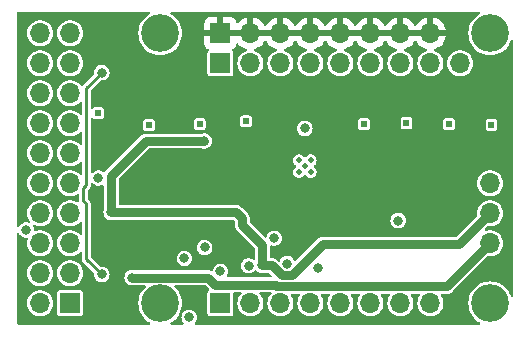
<source format=gbr>
%TF.GenerationSoftware,KiCad,Pcbnew,8.0.7*%
%TF.CreationDate,2024-12-21T09:58:57-05:00*%
%TF.ProjectId,tac5212_audio_board_single_ended,74616335-3231-4325-9f61-7564696f5f62,rev?*%
%TF.SameCoordinates,Original*%
%TF.FileFunction,Copper,L3,Inr*%
%TF.FilePolarity,Positive*%
%FSLAX46Y46*%
G04 Gerber Fmt 4.6, Leading zero omitted, Abs format (unit mm)*
G04 Created by KiCad (PCBNEW 8.0.7) date 2024-12-21 09:58:57*
%MOMM*%
%LPD*%
G01*
G04 APERTURE LIST*
%TA.AperFunction,ComponentPad*%
%ADD10C,0.500000*%
%TD*%
%TA.AperFunction,ComponentPad*%
%ADD11R,1.700000X1.700000*%
%TD*%
%TA.AperFunction,ComponentPad*%
%ADD12O,1.700000X1.700000*%
%TD*%
%TA.AperFunction,ComponentPad*%
%ADD13C,3.200000*%
%TD*%
%TA.AperFunction,ComponentPad*%
%ADD14R,0.500000X0.500000*%
%TD*%
%TA.AperFunction,ViaPad*%
%ADD15C,0.800000*%
%TD*%
%TA.AperFunction,Conductor*%
%ADD16C,0.750000*%
%TD*%
%TA.AperFunction,Conductor*%
%ADD17C,0.250000*%
%TD*%
G04 APERTURE END LIST*
D10*
%TO.N,GNDD*%
%TO.C,J108*%
X108705025Y-111494975D03*
X108705025Y-110505025D03*
X109200000Y-111000000D03*
X109694975Y-111494975D03*
X109694975Y-110505025D03*
%TD*%
D11*
%TO.N,EN_HELD_HIGH*%
%TO.C,board_outline108*%
X89337500Y-122600000D03*
D12*
%TO.N,unconnected-(board_outline108-HELD_LOW-Pad2)*%
X86797500Y-122600000D03*
%TO.N,Net-(5V108-B)*%
X89337500Y-120060000D03*
%TO.N,GNDD*%
X86797500Y-120060000D03*
%TO.N,unconnected-(board_outline108-12V-Pad5)*%
X89337500Y-117520000D03*
%TO.N,GNDD*%
X86797500Y-117520000D03*
%TO.N,5212_DOUT1+*%
X89337500Y-114980000D03*
%TO.N,GNDD*%
X86797500Y-114980000D03*
%TO.N,5212_DIN1*%
X89337500Y-112440000D03*
%TO.N,GNDD*%
X86797500Y-112440000D03*
%TO.N,5212_BCLK1*%
X89337500Y-109900000D03*
%TO.N,GNDD*%
X86797500Y-109900000D03*
%TO.N,5212_LRCK1*%
X89337500Y-107360000D03*
%TO.N,GNDD*%
X86797500Y-107360000D03*
%TO.N,DSP_SDA*%
X89337500Y-104820000D03*
%TO.N,GNDD*%
X86797500Y-104820000D03*
%TO.N,DSP_SCL*%
X89337500Y-102280000D03*
%TO.N,GNDD*%
X86797500Y-102280000D03*
%TO.N,5212_MCLK1*%
X89337500Y-99740000D03*
%TO.N,GNDD*%
X86797500Y-99740000D03*
D11*
%TO.N,OUT1P+*%
X102047500Y-102285000D03*
%TO.N,Earth*%
X102047500Y-99745000D03*
D12*
%TO.N,OUT1M+*%
X104587500Y-102285000D03*
%TO.N,Earth*%
X104587500Y-99745000D03*
%TO.N,OUT2P+*%
X107127500Y-102285000D03*
%TO.N,Earth*%
X107127500Y-99745000D03*
%TO.N,OUT2M+*%
X109667500Y-102285000D03*
%TO.N,Earth*%
X109667500Y-99745000D03*
%TO.N,IN1P+*%
X112207500Y-102285000D03*
%TO.N,Earth*%
X112207500Y-99745000D03*
%TO.N,IN1M+*%
X114747500Y-102285000D03*
%TO.N,Earth*%
X114747500Y-99745000D03*
%TO.N,IN2P+*%
X117287500Y-102285000D03*
%TO.N,Earth*%
X117287500Y-99745000D03*
%TO.N,IN2M+*%
X119827500Y-102285000D03*
%TO.N,Earth*%
X119827500Y-99745000D03*
D11*
%TO.N,5212_SCL*%
X102047500Y-122605000D03*
D12*
%TO.N,5212_SDA*%
X104587500Y-122605000D03*
%TO.N,GNDD*%
X107127500Y-122605000D03*
%TO.N,GPIO1*%
X109667500Y-122605000D03*
%TO.N,GPIO2*%
X112207500Y-122605000D03*
%TO.N,GPO1*%
X114747500Y-122605000D03*
%TO.N,GPI1*%
X117287500Y-122605000D03*
%TO.N,GNDD*%
X119827500Y-122605000D03*
%TO.N,5V*%
X124892500Y-117525000D03*
%TO.N,3.3V_LDO*%
X124892500Y-114985000D03*
%TO.N,GNDD*%
X124892500Y-112445000D03*
%TO.N,MICBIAS*%
X122352500Y-102285000D03*
D13*
%TO.N,Net-(E108-B)*%
X96952500Y-99745000D03*
%TO.N,Net-(E109-B)*%
X124892500Y-99745000D03*
%TO.N,Net-(G117-A)*%
X96952500Y-122605000D03*
%TO.N,Net-(G118-A)*%
X124892500Y-122605000D03*
%TD*%
D10*
%TO.N,Earth*%
%TO.C,G110*%
X117100000Y-114000000D03*
%TD*%
%TO.N,Earth*%
%TO.C,G109*%
X99200000Y-117200000D03*
%TD*%
%TO.N,Earth*%
%TO.C,G112*%
X118400000Y-114000000D03*
%TD*%
%TO.N,Earth*%
%TO.C,G111*%
X92300000Y-118400000D03*
%TD*%
%TO.N,Earth*%
%TO.C,G113*%
X102600000Y-118400000D03*
%TD*%
%TO.N,Earth*%
%TO.C,G115*%
X103200000Y-119300000D03*
%TD*%
%TO.N,Earth*%
%TO.C,G114*%
X123500000Y-113700000D03*
%TD*%
%TO.N,Earth*%
%TO.C,G116*%
X125900000Y-110200000D03*
%TD*%
%TO.N,Earth*%
%TO.C,G108*%
X115800000Y-114500000D03*
%TD*%
D14*
%TO.N,OUT2P*%
%TO.C,OP109*%
X100300000Y-107425000D03*
%TD*%
%TO.N,IN2P*%
%TO.C,INP108*%
X121400000Y-107435000D03*
%TD*%
%TO.N,IN2M*%
%TO.C,INM108*%
X125000000Y-107482500D03*
%TD*%
%TO.N,OUT2M*%
%TO.C,OM109*%
X104200000Y-107200000D03*
%TD*%
%TO.N,OUT1P*%
%TO.C,OP108*%
X96000000Y-107500000D03*
%TD*%
%TO.N,IN1M*%
%TO.C,INM109*%
X117800000Y-107362500D03*
%TD*%
%TO.N,OUT1M*%
%TO.C,OM108*%
X91700000Y-106500000D03*
%TD*%
%TO.N,IN1P*%
%TO.C,INP109*%
X114200000Y-107425000D03*
%TD*%
D15*
%TO.N,GNDD*%
X109200000Y-107800000D03*
X99400000Y-123800000D03*
X91719599Y-111998440D03*
X107711709Y-119246986D03*
X106600000Y-117100000D03*
X99000000Y-118800000D03*
X100718700Y-117875000D03*
%TO.N,5V*%
X94569964Y-120430000D03*
%TO.N,Earth*%
X103224739Y-107762663D03*
X112825000Y-110225000D03*
%TO.N,EN_HELD_HIGH*%
X117100000Y-115600000D03*
%TO.N,5212_SCL*%
X102047500Y-119900002D03*
%TO.N,5212_SDA*%
X92004802Y-120161926D03*
X92007954Y-103082209D03*
%TO.N,3.3V_LDO*%
X100675000Y-108873986D03*
X92800004Y-114900000D03*
X105600000Y-119400000D03*
%TO.N,GPI1*%
X85600000Y-116400000D03*
%TO.N,Net-(PU_EN108-Pad1)*%
X110338844Y-119622742D03*
X104430004Y-119430004D03*
%TD*%
D16*
%TO.N,5V*%
X121237500Y-121180000D02*
X106851651Y-121180000D01*
X101027931Y-120430000D02*
X94569964Y-120430000D01*
X101622931Y-121025000D02*
X101027931Y-120430000D01*
X124892500Y-117525000D02*
X121237500Y-121180000D01*
X106851651Y-121180000D02*
X106696652Y-121025000D01*
X106696652Y-121025000D02*
X101622931Y-121025000D01*
D17*
%TO.N,5212_SDA*%
X90450000Y-112878984D02*
X90450001Y-113907394D01*
X90700000Y-118857124D02*
X92004802Y-120161926D01*
X90700000Y-112628984D02*
X90450000Y-112878984D01*
X90450001Y-113907394D02*
X90700000Y-114157393D01*
X90700000Y-104390163D02*
X90700000Y-112628984D01*
X90700000Y-114157393D02*
X90700000Y-118857124D01*
X92007954Y-103082209D02*
X90700000Y-104390163D01*
D16*
%TO.N,3.3V_LDO*%
X95726014Y-108873986D02*
X92800004Y-111799996D01*
X122277500Y-117600000D02*
X110741258Y-117600000D01*
X110741258Y-117600000D02*
X108111258Y-120230000D01*
X106415154Y-119400000D02*
X105600000Y-119400000D01*
X92800004Y-114900000D02*
X103400000Y-114900000D01*
X103900000Y-116000000D02*
X103900000Y-115400000D01*
X100675000Y-108873986D02*
X95726014Y-108873986D01*
X108111258Y-120230000D02*
X107245154Y-120230000D01*
X92800004Y-111799996D02*
X92800004Y-114900000D01*
X105600000Y-119400000D02*
X105600000Y-117700000D01*
X107245154Y-120230000D02*
X106415154Y-119400000D01*
X124892500Y-114985000D02*
X122277500Y-117600000D01*
X103400000Y-114900000D02*
X103900000Y-115400000D01*
X105600000Y-117700000D02*
X103900000Y-116000000D01*
%TD*%
%TA.AperFunction,Conductor*%
%TO.N,Earth*%
G36*
X104121575Y-99552007D02*
G01*
X104087500Y-99679174D01*
X104087500Y-99810826D01*
X104121575Y-99937993D01*
X104154488Y-99995000D01*
X102480512Y-99995000D01*
X102513425Y-99937993D01*
X102547500Y-99810826D01*
X102547500Y-99679174D01*
X102513425Y-99552007D01*
X102480512Y-99495000D01*
X104154488Y-99495000D01*
X104121575Y-99552007D01*
G37*
%TD.AperFunction*%
%TA.AperFunction,Conductor*%
G36*
X106661575Y-99552007D02*
G01*
X106627500Y-99679174D01*
X106627500Y-99810826D01*
X106661575Y-99937993D01*
X106694488Y-99995000D01*
X105020512Y-99995000D01*
X105053425Y-99937993D01*
X105087500Y-99810826D01*
X105087500Y-99679174D01*
X105053425Y-99552007D01*
X105020512Y-99495000D01*
X106694488Y-99495000D01*
X106661575Y-99552007D01*
G37*
%TD.AperFunction*%
%TA.AperFunction,Conductor*%
G36*
X109201575Y-99552007D02*
G01*
X109167500Y-99679174D01*
X109167500Y-99810826D01*
X109201575Y-99937993D01*
X109234488Y-99995000D01*
X107560512Y-99995000D01*
X107593425Y-99937993D01*
X107627500Y-99810826D01*
X107627500Y-99679174D01*
X107593425Y-99552007D01*
X107560512Y-99495000D01*
X109234488Y-99495000D01*
X109201575Y-99552007D01*
G37*
%TD.AperFunction*%
%TA.AperFunction,Conductor*%
G36*
X111741575Y-99552007D02*
G01*
X111707500Y-99679174D01*
X111707500Y-99810826D01*
X111741575Y-99937993D01*
X111774488Y-99995000D01*
X110100512Y-99995000D01*
X110133425Y-99937993D01*
X110167500Y-99810826D01*
X110167500Y-99679174D01*
X110133425Y-99552007D01*
X110100512Y-99495000D01*
X111774488Y-99495000D01*
X111741575Y-99552007D01*
G37*
%TD.AperFunction*%
%TA.AperFunction,Conductor*%
G36*
X114281575Y-99552007D02*
G01*
X114247500Y-99679174D01*
X114247500Y-99810826D01*
X114281575Y-99937993D01*
X114314488Y-99995000D01*
X112640512Y-99995000D01*
X112673425Y-99937993D01*
X112707500Y-99810826D01*
X112707500Y-99679174D01*
X112673425Y-99552007D01*
X112640512Y-99495000D01*
X114314488Y-99495000D01*
X114281575Y-99552007D01*
G37*
%TD.AperFunction*%
%TA.AperFunction,Conductor*%
G36*
X116821575Y-99552007D02*
G01*
X116787500Y-99679174D01*
X116787500Y-99810826D01*
X116821575Y-99937993D01*
X116854488Y-99995000D01*
X115180512Y-99995000D01*
X115213425Y-99937993D01*
X115247500Y-99810826D01*
X115247500Y-99679174D01*
X115213425Y-99552007D01*
X115180512Y-99495000D01*
X116854488Y-99495000D01*
X116821575Y-99552007D01*
G37*
%TD.AperFunction*%
%TA.AperFunction,Conductor*%
G36*
X119361575Y-99552007D02*
G01*
X119327500Y-99679174D01*
X119327500Y-99810826D01*
X119361575Y-99937993D01*
X119394488Y-99995000D01*
X117720512Y-99995000D01*
X117753425Y-99937993D01*
X117787500Y-99810826D01*
X117787500Y-99679174D01*
X117753425Y-99552007D01*
X117720512Y-99495000D01*
X119394488Y-99495000D01*
X119361575Y-99552007D01*
G37*
%TD.AperFunction*%
%TA.AperFunction,Conductor*%
G36*
X96058017Y-97963907D02*
G01*
X96093981Y-98013407D01*
X96093981Y-98074593D01*
X96058017Y-98124093D01*
X96047272Y-98130890D01*
X95949488Y-98184283D01*
X95737590Y-98342908D01*
X95550408Y-98530090D01*
X95391783Y-98741988D01*
X95264927Y-98974307D01*
X95264926Y-98974309D01*
X95172424Y-99222317D01*
X95116156Y-99480979D01*
X95097273Y-99745000D01*
X95116156Y-100009020D01*
X95116156Y-100009023D01*
X95116157Y-100009026D01*
X95144486Y-100139252D01*
X95172424Y-100267682D01*
X95264926Y-100515690D01*
X95264927Y-100515692D01*
X95391784Y-100748011D01*
X95391783Y-100748011D01*
X95550408Y-100959909D01*
X95550410Y-100959911D01*
X95550413Y-100959915D01*
X95737585Y-101147087D01*
X95737588Y-101147089D01*
X95737590Y-101147091D01*
X95949488Y-101305716D01*
X96181807Y-101432572D01*
X96181811Y-101432574D01*
X96429817Y-101525075D01*
X96429822Y-101525077D01*
X96688474Y-101581343D01*
X96952500Y-101600227D01*
X97216526Y-101581343D01*
X97475178Y-101525077D01*
X97723189Y-101432574D01*
X97955511Y-101305716D01*
X98167415Y-101147087D01*
X98354587Y-100959915D01*
X98513216Y-100748011D01*
X98570653Y-100642824D01*
X100697499Y-100642824D01*
X100703901Y-100702370D01*
X100703903Y-100702381D01*
X100754146Y-100837088D01*
X100754147Y-100837090D01*
X100840307Y-100952184D01*
X100840315Y-100952192D01*
X100955409Y-101038352D01*
X100955411Y-101038353D01*
X101021128Y-101062864D01*
X101069043Y-101100914D01*
X101085441Y-101159861D01*
X101064060Y-101217189D01*
X101041534Y-101237937D01*
X101016902Y-101254395D01*
X101016897Y-101254400D01*
X100961535Y-101337257D01*
X100961533Y-101337263D01*
X100947001Y-101410315D01*
X100947000Y-101410327D01*
X100947000Y-103159672D01*
X100947001Y-103159684D01*
X100961533Y-103232736D01*
X100961535Y-103232742D01*
X101016897Y-103315599D01*
X101016899Y-103315601D01*
X101099760Y-103370966D01*
X101147690Y-103380500D01*
X101172815Y-103385498D01*
X101172820Y-103385498D01*
X101172826Y-103385500D01*
X101172827Y-103385500D01*
X102922173Y-103385500D01*
X102922174Y-103385500D01*
X102995240Y-103370966D01*
X103078101Y-103315601D01*
X103133466Y-103232740D01*
X103148000Y-103159674D01*
X103148000Y-101410326D01*
X103133466Y-101337260D01*
X103078101Y-101254399D01*
X103078099Y-101254397D01*
X103053466Y-101237938D01*
X103015586Y-101189888D01*
X103013184Y-101128750D01*
X103047176Y-101077876D01*
X103073871Y-101062863D01*
X103139592Y-101038351D01*
X103254684Y-100952192D01*
X103254692Y-100952184D01*
X103340852Y-100837090D01*
X103340853Y-100837088D01*
X103391096Y-100702381D01*
X103391098Y-100702370D01*
X103392722Y-100687269D01*
X103417741Y-100631432D01*
X103470801Y-100600965D01*
X103531636Y-100607504D01*
X103561159Y-100627846D01*
X103716426Y-100783113D01*
X103909922Y-100918600D01*
X104124009Y-101018430D01*
X104237018Y-101048711D01*
X104288332Y-101082035D01*
X104310259Y-101139156D01*
X104294424Y-101198257D01*
X104247157Y-101236653D01*
X104094863Y-101295652D01*
X104027664Y-101337260D01*
X103921459Y-101403019D01*
X103770737Y-101540420D01*
X103647828Y-101703177D01*
X103647823Y-101703186D01*
X103556919Y-101885747D01*
X103556918Y-101885750D01*
X103501103Y-102081917D01*
X103482285Y-102285000D01*
X103501103Y-102488083D01*
X103556918Y-102684250D01*
X103647827Y-102866821D01*
X103770736Y-103029579D01*
X103921459Y-103166981D01*
X104094863Y-103274348D01*
X104285044Y-103348024D01*
X104485524Y-103385500D01*
X104689476Y-103385500D01*
X104889956Y-103348024D01*
X105080137Y-103274348D01*
X105253541Y-103166981D01*
X105404264Y-103029579D01*
X105527173Y-102866821D01*
X105618082Y-102684250D01*
X105673897Y-102488083D01*
X105692715Y-102285000D01*
X105673897Y-102081917D01*
X105618082Y-101885750D01*
X105527173Y-101703179D01*
X105404264Y-101540421D01*
X105253541Y-101403019D01*
X105080137Y-101295652D01*
X104927840Y-101236652D01*
X104880410Y-101198001D01*
X104864756Y-101138852D01*
X104886859Y-101081799D01*
X104937981Y-101048711D01*
X105050990Y-101018430D01*
X105265077Y-100918600D01*
X105458573Y-100783113D01*
X105625613Y-100616073D01*
X105761101Y-100422576D01*
X105761102Y-100422574D01*
X105767775Y-100408265D01*
X105809503Y-100363516D01*
X105869564Y-100351841D01*
X105925017Y-100377698D01*
X105947225Y-100408265D01*
X105953897Y-100422574D01*
X105953898Y-100422576D01*
X106089386Y-100616073D01*
X106256426Y-100783113D01*
X106449922Y-100918600D01*
X106664009Y-101018430D01*
X106777018Y-101048711D01*
X106828332Y-101082035D01*
X106850259Y-101139156D01*
X106834424Y-101198257D01*
X106787157Y-101236653D01*
X106634863Y-101295652D01*
X106567664Y-101337260D01*
X106461459Y-101403019D01*
X106310737Y-101540420D01*
X106187828Y-101703177D01*
X106187823Y-101703186D01*
X106096919Y-101885747D01*
X106096918Y-101885750D01*
X106041103Y-102081917D01*
X106022285Y-102285000D01*
X106041103Y-102488083D01*
X106096918Y-102684250D01*
X106187827Y-102866821D01*
X106310736Y-103029579D01*
X106461459Y-103166981D01*
X106634863Y-103274348D01*
X106825044Y-103348024D01*
X107025524Y-103385500D01*
X107229476Y-103385500D01*
X107429956Y-103348024D01*
X107620137Y-103274348D01*
X107793541Y-103166981D01*
X107944264Y-103029579D01*
X108067173Y-102866821D01*
X108158082Y-102684250D01*
X108213897Y-102488083D01*
X108232715Y-102285000D01*
X108213897Y-102081917D01*
X108158082Y-101885750D01*
X108067173Y-101703179D01*
X107944264Y-101540421D01*
X107793541Y-101403019D01*
X107620137Y-101295652D01*
X107467840Y-101236652D01*
X107420410Y-101198001D01*
X107404756Y-101138852D01*
X107426859Y-101081799D01*
X107477981Y-101048711D01*
X107590990Y-101018430D01*
X107805077Y-100918600D01*
X107998573Y-100783113D01*
X108165613Y-100616073D01*
X108301101Y-100422576D01*
X108301102Y-100422574D01*
X108307775Y-100408265D01*
X108349503Y-100363516D01*
X108409564Y-100351841D01*
X108465017Y-100377698D01*
X108487225Y-100408265D01*
X108493897Y-100422574D01*
X108493898Y-100422576D01*
X108629386Y-100616073D01*
X108796426Y-100783113D01*
X108989922Y-100918600D01*
X109204009Y-101018430D01*
X109317018Y-101048711D01*
X109368332Y-101082035D01*
X109390259Y-101139156D01*
X109374424Y-101198257D01*
X109327157Y-101236653D01*
X109174863Y-101295652D01*
X109107664Y-101337260D01*
X109001459Y-101403019D01*
X108850737Y-101540420D01*
X108727828Y-101703177D01*
X108727823Y-101703186D01*
X108636919Y-101885747D01*
X108636918Y-101885750D01*
X108581103Y-102081917D01*
X108562285Y-102285000D01*
X108581103Y-102488083D01*
X108636918Y-102684250D01*
X108727827Y-102866821D01*
X108850736Y-103029579D01*
X109001459Y-103166981D01*
X109174863Y-103274348D01*
X109365044Y-103348024D01*
X109565524Y-103385500D01*
X109769476Y-103385500D01*
X109969956Y-103348024D01*
X110160137Y-103274348D01*
X110333541Y-103166981D01*
X110484264Y-103029579D01*
X110607173Y-102866821D01*
X110698082Y-102684250D01*
X110753897Y-102488083D01*
X110772715Y-102285000D01*
X110753897Y-102081917D01*
X110698082Y-101885750D01*
X110607173Y-101703179D01*
X110484264Y-101540421D01*
X110333541Y-101403019D01*
X110160137Y-101295652D01*
X110007840Y-101236652D01*
X109960410Y-101198001D01*
X109944756Y-101138852D01*
X109966859Y-101081799D01*
X110017981Y-101048711D01*
X110130990Y-101018430D01*
X110345077Y-100918600D01*
X110538573Y-100783113D01*
X110705613Y-100616073D01*
X110841101Y-100422576D01*
X110841102Y-100422574D01*
X110847775Y-100408265D01*
X110889503Y-100363516D01*
X110949564Y-100351841D01*
X111005017Y-100377698D01*
X111027225Y-100408265D01*
X111033897Y-100422574D01*
X111033898Y-100422576D01*
X111169386Y-100616073D01*
X111336426Y-100783113D01*
X111529922Y-100918600D01*
X111744009Y-101018430D01*
X111857018Y-101048711D01*
X111908332Y-101082035D01*
X111930259Y-101139156D01*
X111914424Y-101198257D01*
X111867157Y-101236653D01*
X111714863Y-101295652D01*
X111647664Y-101337260D01*
X111541459Y-101403019D01*
X111390737Y-101540420D01*
X111267828Y-101703177D01*
X111267823Y-101703186D01*
X111176919Y-101885747D01*
X111176918Y-101885750D01*
X111121103Y-102081917D01*
X111102285Y-102285000D01*
X111121103Y-102488083D01*
X111176918Y-102684250D01*
X111267827Y-102866821D01*
X111390736Y-103029579D01*
X111541459Y-103166981D01*
X111714863Y-103274348D01*
X111905044Y-103348024D01*
X112105524Y-103385500D01*
X112309476Y-103385500D01*
X112509956Y-103348024D01*
X112700137Y-103274348D01*
X112873541Y-103166981D01*
X113024264Y-103029579D01*
X113147173Y-102866821D01*
X113238082Y-102684250D01*
X113293897Y-102488083D01*
X113312715Y-102285000D01*
X113293897Y-102081917D01*
X113238082Y-101885750D01*
X113147173Y-101703179D01*
X113024264Y-101540421D01*
X112873541Y-101403019D01*
X112700137Y-101295652D01*
X112547840Y-101236652D01*
X112500410Y-101198001D01*
X112484756Y-101138852D01*
X112506859Y-101081799D01*
X112557981Y-101048711D01*
X112670990Y-101018430D01*
X112885077Y-100918600D01*
X113078573Y-100783113D01*
X113245613Y-100616073D01*
X113381101Y-100422576D01*
X113381102Y-100422574D01*
X113387775Y-100408265D01*
X113429503Y-100363516D01*
X113489564Y-100351841D01*
X113545017Y-100377698D01*
X113567225Y-100408265D01*
X113573897Y-100422574D01*
X113573898Y-100422576D01*
X113709386Y-100616073D01*
X113876426Y-100783113D01*
X114069922Y-100918600D01*
X114284009Y-101018430D01*
X114397018Y-101048711D01*
X114448332Y-101082035D01*
X114470259Y-101139156D01*
X114454424Y-101198257D01*
X114407157Y-101236653D01*
X114254863Y-101295652D01*
X114187664Y-101337260D01*
X114081459Y-101403019D01*
X113930737Y-101540420D01*
X113807828Y-101703177D01*
X113807823Y-101703186D01*
X113716919Y-101885747D01*
X113716918Y-101885750D01*
X113661103Y-102081917D01*
X113642285Y-102285000D01*
X113661103Y-102488083D01*
X113716918Y-102684250D01*
X113807827Y-102866821D01*
X113930736Y-103029579D01*
X114081459Y-103166981D01*
X114254863Y-103274348D01*
X114445044Y-103348024D01*
X114645524Y-103385500D01*
X114849476Y-103385500D01*
X115049956Y-103348024D01*
X115240137Y-103274348D01*
X115413541Y-103166981D01*
X115564264Y-103029579D01*
X115687173Y-102866821D01*
X115778082Y-102684250D01*
X115833897Y-102488083D01*
X115852715Y-102285000D01*
X115833897Y-102081917D01*
X115778082Y-101885750D01*
X115687173Y-101703179D01*
X115564264Y-101540421D01*
X115413541Y-101403019D01*
X115240137Y-101295652D01*
X115087840Y-101236652D01*
X115040410Y-101198001D01*
X115024756Y-101138852D01*
X115046859Y-101081799D01*
X115097981Y-101048711D01*
X115210990Y-101018430D01*
X115425077Y-100918600D01*
X115618573Y-100783113D01*
X115785613Y-100616073D01*
X115921101Y-100422576D01*
X115921102Y-100422574D01*
X115927775Y-100408265D01*
X115969503Y-100363516D01*
X116029564Y-100351841D01*
X116085017Y-100377698D01*
X116107225Y-100408265D01*
X116113897Y-100422574D01*
X116113898Y-100422576D01*
X116249386Y-100616073D01*
X116416426Y-100783113D01*
X116609922Y-100918600D01*
X116824009Y-101018430D01*
X116937018Y-101048711D01*
X116988332Y-101082035D01*
X117010259Y-101139156D01*
X116994424Y-101198257D01*
X116947157Y-101236653D01*
X116794863Y-101295652D01*
X116727664Y-101337260D01*
X116621459Y-101403019D01*
X116470737Y-101540420D01*
X116347828Y-101703177D01*
X116347823Y-101703186D01*
X116256919Y-101885747D01*
X116256918Y-101885750D01*
X116201103Y-102081917D01*
X116182285Y-102285000D01*
X116201103Y-102488083D01*
X116256918Y-102684250D01*
X116347827Y-102866821D01*
X116470736Y-103029579D01*
X116621459Y-103166981D01*
X116794863Y-103274348D01*
X116985044Y-103348024D01*
X117185524Y-103385500D01*
X117389476Y-103385500D01*
X117589956Y-103348024D01*
X117780137Y-103274348D01*
X117953541Y-103166981D01*
X118104264Y-103029579D01*
X118227173Y-102866821D01*
X118318082Y-102684250D01*
X118373897Y-102488083D01*
X118392715Y-102285000D01*
X118373897Y-102081917D01*
X118318082Y-101885750D01*
X118227173Y-101703179D01*
X118104264Y-101540421D01*
X117953541Y-101403019D01*
X117780137Y-101295652D01*
X117627840Y-101236652D01*
X117580410Y-101198001D01*
X117564756Y-101138852D01*
X117586859Y-101081799D01*
X117637981Y-101048711D01*
X117750990Y-101018430D01*
X117965077Y-100918600D01*
X118158573Y-100783113D01*
X118325613Y-100616073D01*
X118461101Y-100422576D01*
X118461102Y-100422574D01*
X118467775Y-100408265D01*
X118509503Y-100363516D01*
X118569564Y-100351841D01*
X118625017Y-100377698D01*
X118647225Y-100408265D01*
X118653897Y-100422574D01*
X118653898Y-100422576D01*
X118789386Y-100616073D01*
X118956426Y-100783113D01*
X119149922Y-100918600D01*
X119364009Y-101018430D01*
X119477018Y-101048711D01*
X119528332Y-101082035D01*
X119550259Y-101139156D01*
X119534424Y-101198257D01*
X119487157Y-101236653D01*
X119334863Y-101295652D01*
X119267664Y-101337260D01*
X119161459Y-101403019D01*
X119010737Y-101540420D01*
X118887828Y-101703177D01*
X118887823Y-101703186D01*
X118796919Y-101885747D01*
X118796918Y-101885750D01*
X118741103Y-102081917D01*
X118722285Y-102285000D01*
X118741103Y-102488083D01*
X118796918Y-102684250D01*
X118887827Y-102866821D01*
X119010736Y-103029579D01*
X119161459Y-103166981D01*
X119334863Y-103274348D01*
X119525044Y-103348024D01*
X119725524Y-103385500D01*
X119929476Y-103385500D01*
X120129956Y-103348024D01*
X120320137Y-103274348D01*
X120493541Y-103166981D01*
X120644264Y-103029579D01*
X120767173Y-102866821D01*
X120858082Y-102684250D01*
X120913897Y-102488083D01*
X120932715Y-102285000D01*
X121247285Y-102285000D01*
X121266103Y-102488083D01*
X121321918Y-102684250D01*
X121412827Y-102866821D01*
X121535736Y-103029579D01*
X121686459Y-103166981D01*
X121859863Y-103274348D01*
X122050044Y-103348024D01*
X122250524Y-103385500D01*
X122454476Y-103385500D01*
X122654956Y-103348024D01*
X122845137Y-103274348D01*
X123018541Y-103166981D01*
X123169264Y-103029579D01*
X123292173Y-102866821D01*
X123383082Y-102684250D01*
X123438897Y-102488083D01*
X123457715Y-102285000D01*
X123438897Y-102081917D01*
X123383082Y-101885750D01*
X123292173Y-101703179D01*
X123169264Y-101540421D01*
X123018541Y-101403019D01*
X122845137Y-101295652D01*
X122654956Y-101221976D01*
X122654955Y-101221975D01*
X122654953Y-101221975D01*
X122454476Y-101184500D01*
X122250524Y-101184500D01*
X122050046Y-101221975D01*
X122008841Y-101237938D01*
X121859863Y-101295652D01*
X121792664Y-101337260D01*
X121686459Y-101403019D01*
X121535737Y-101540420D01*
X121412828Y-101703177D01*
X121412823Y-101703186D01*
X121321919Y-101885747D01*
X121321918Y-101885750D01*
X121266103Y-102081917D01*
X121247285Y-102285000D01*
X120932715Y-102285000D01*
X120913897Y-102081917D01*
X120858082Y-101885750D01*
X120767173Y-101703179D01*
X120644264Y-101540421D01*
X120493541Y-101403019D01*
X120320137Y-101295652D01*
X120167840Y-101236652D01*
X120120410Y-101198001D01*
X120104756Y-101138852D01*
X120126859Y-101081799D01*
X120177981Y-101048711D01*
X120290990Y-101018430D01*
X120505077Y-100918600D01*
X120698573Y-100783113D01*
X120865613Y-100616073D01*
X121001100Y-100422577D01*
X121100930Y-100208489D01*
X121158136Y-99995000D01*
X120260512Y-99995000D01*
X120293425Y-99937993D01*
X120327500Y-99810826D01*
X120327500Y-99679174D01*
X120293425Y-99552007D01*
X120260512Y-99495000D01*
X121158136Y-99495000D01*
X121100929Y-99281505D01*
X121001105Y-99067432D01*
X121001101Y-99067424D01*
X120865613Y-98873926D01*
X120698573Y-98706886D01*
X120505077Y-98571399D01*
X120290989Y-98471569D01*
X120077500Y-98414364D01*
X120077500Y-99311988D01*
X120020493Y-99279075D01*
X119893326Y-99245000D01*
X119761674Y-99245000D01*
X119634507Y-99279075D01*
X119577500Y-99311988D01*
X119577500Y-98414364D01*
X119364005Y-98471570D01*
X119149932Y-98571394D01*
X119149924Y-98571398D01*
X118956426Y-98706886D01*
X118789386Y-98873926D01*
X118653898Y-99067424D01*
X118653896Y-99067428D01*
X118647224Y-99081737D01*
X118605495Y-99126485D01*
X118545434Y-99138159D01*
X118489981Y-99112300D01*
X118467776Y-99081737D01*
X118461103Y-99067428D01*
X118461101Y-99067424D01*
X118325613Y-98873926D01*
X118158573Y-98706886D01*
X117965077Y-98571399D01*
X117750989Y-98471569D01*
X117537500Y-98414364D01*
X117537500Y-99311988D01*
X117480493Y-99279075D01*
X117353326Y-99245000D01*
X117221674Y-99245000D01*
X117094507Y-99279075D01*
X117037500Y-99311988D01*
X117037500Y-98414364D01*
X116824005Y-98471570D01*
X116609932Y-98571394D01*
X116609924Y-98571398D01*
X116416426Y-98706886D01*
X116249386Y-98873926D01*
X116113898Y-99067424D01*
X116113896Y-99067428D01*
X116107224Y-99081737D01*
X116065495Y-99126485D01*
X116005434Y-99138159D01*
X115949981Y-99112300D01*
X115927776Y-99081737D01*
X115921103Y-99067428D01*
X115921101Y-99067424D01*
X115785613Y-98873926D01*
X115618573Y-98706886D01*
X115425077Y-98571399D01*
X115210989Y-98471569D01*
X114997500Y-98414364D01*
X114997500Y-99311988D01*
X114940493Y-99279075D01*
X114813326Y-99245000D01*
X114681674Y-99245000D01*
X114554507Y-99279075D01*
X114497500Y-99311988D01*
X114497500Y-98414364D01*
X114284005Y-98471570D01*
X114069932Y-98571394D01*
X114069924Y-98571398D01*
X113876426Y-98706886D01*
X113709386Y-98873926D01*
X113573898Y-99067424D01*
X113573896Y-99067428D01*
X113567224Y-99081737D01*
X113525495Y-99126485D01*
X113465434Y-99138159D01*
X113409981Y-99112300D01*
X113387776Y-99081737D01*
X113381103Y-99067428D01*
X113381101Y-99067424D01*
X113245613Y-98873926D01*
X113078573Y-98706886D01*
X112885077Y-98571399D01*
X112670989Y-98471569D01*
X112457500Y-98414364D01*
X112457500Y-99311988D01*
X112400493Y-99279075D01*
X112273326Y-99245000D01*
X112141674Y-99245000D01*
X112014507Y-99279075D01*
X111957500Y-99311988D01*
X111957500Y-98414364D01*
X111744005Y-98471570D01*
X111529932Y-98571394D01*
X111529924Y-98571398D01*
X111336426Y-98706886D01*
X111169386Y-98873926D01*
X111033898Y-99067424D01*
X111033896Y-99067428D01*
X111027224Y-99081737D01*
X110985495Y-99126485D01*
X110925434Y-99138159D01*
X110869981Y-99112300D01*
X110847776Y-99081737D01*
X110841103Y-99067428D01*
X110841101Y-99067424D01*
X110705613Y-98873926D01*
X110538573Y-98706886D01*
X110345077Y-98571399D01*
X110130989Y-98471569D01*
X109917500Y-98414364D01*
X109917500Y-99311988D01*
X109860493Y-99279075D01*
X109733326Y-99245000D01*
X109601674Y-99245000D01*
X109474507Y-99279075D01*
X109417500Y-99311988D01*
X109417500Y-98414364D01*
X109204005Y-98471570D01*
X108989932Y-98571394D01*
X108989924Y-98571398D01*
X108796426Y-98706886D01*
X108629386Y-98873926D01*
X108493898Y-99067424D01*
X108493896Y-99067428D01*
X108487224Y-99081737D01*
X108445495Y-99126485D01*
X108385434Y-99138159D01*
X108329981Y-99112300D01*
X108307776Y-99081737D01*
X108301103Y-99067428D01*
X108301101Y-99067424D01*
X108165613Y-98873926D01*
X107998573Y-98706886D01*
X107805077Y-98571399D01*
X107590989Y-98471569D01*
X107377500Y-98414364D01*
X107377500Y-99311988D01*
X107320493Y-99279075D01*
X107193326Y-99245000D01*
X107061674Y-99245000D01*
X106934507Y-99279075D01*
X106877500Y-99311988D01*
X106877500Y-98414364D01*
X106664005Y-98471570D01*
X106449932Y-98571394D01*
X106449924Y-98571398D01*
X106256426Y-98706886D01*
X106089386Y-98873926D01*
X105953898Y-99067424D01*
X105953896Y-99067428D01*
X105947224Y-99081737D01*
X105905495Y-99126485D01*
X105845434Y-99138159D01*
X105789981Y-99112300D01*
X105767776Y-99081737D01*
X105761103Y-99067428D01*
X105761101Y-99067424D01*
X105625613Y-98873926D01*
X105458573Y-98706886D01*
X105265077Y-98571399D01*
X105050989Y-98471569D01*
X104837500Y-98414364D01*
X104837500Y-99311988D01*
X104780493Y-99279075D01*
X104653326Y-99245000D01*
X104521674Y-99245000D01*
X104394507Y-99279075D01*
X104337500Y-99311988D01*
X104337500Y-98414364D01*
X104124005Y-98471570D01*
X103909932Y-98571394D01*
X103909924Y-98571398D01*
X103716425Y-98706887D01*
X103716421Y-98706890D01*
X103561158Y-98862153D01*
X103506642Y-98889930D01*
X103446210Y-98880359D01*
X103402945Y-98837094D01*
X103392722Y-98802731D01*
X103391098Y-98787629D01*
X103391096Y-98787618D01*
X103340853Y-98652911D01*
X103340852Y-98652909D01*
X103254692Y-98537815D01*
X103254684Y-98537807D01*
X103139590Y-98451647D01*
X103139588Y-98451646D01*
X103004881Y-98401403D01*
X103004870Y-98401401D01*
X102945324Y-98395000D01*
X102297501Y-98395000D01*
X102297500Y-98395001D01*
X102297500Y-99311988D01*
X102240493Y-99279075D01*
X102113326Y-99245000D01*
X101981674Y-99245000D01*
X101854507Y-99279075D01*
X101797500Y-99311988D01*
X101797500Y-98395001D01*
X101797499Y-98395000D01*
X101149676Y-98395000D01*
X101090129Y-98401401D01*
X101090118Y-98401403D01*
X100955411Y-98451646D01*
X100955409Y-98451647D01*
X100840315Y-98537807D01*
X100840307Y-98537815D01*
X100754147Y-98652909D01*
X100754146Y-98652911D01*
X100703903Y-98787618D01*
X100703901Y-98787629D01*
X100697500Y-98847175D01*
X100697500Y-99494999D01*
X100697501Y-99495000D01*
X101614488Y-99495000D01*
X101581575Y-99552007D01*
X101547500Y-99679174D01*
X101547500Y-99810826D01*
X101581575Y-99937993D01*
X101614488Y-99995000D01*
X100697501Y-99995000D01*
X100697500Y-99995001D01*
X100697500Y-100642824D01*
X100697499Y-100642824D01*
X98570653Y-100642824D01*
X98640074Y-100515689D01*
X98732577Y-100267678D01*
X98788843Y-100009026D01*
X98807727Y-99745000D01*
X98788843Y-99480974D01*
X98732577Y-99222322D01*
X98640074Y-98974311D01*
X98513216Y-98741989D01*
X98513215Y-98741988D01*
X98513216Y-98741988D01*
X98354591Y-98530090D01*
X98354589Y-98530088D01*
X98354587Y-98530085D01*
X98167415Y-98342913D01*
X98167411Y-98342910D01*
X98167409Y-98342908D01*
X97955511Y-98184283D01*
X97857728Y-98130890D01*
X97815717Y-98086408D01*
X97807875Y-98025727D01*
X97837198Y-97972026D01*
X97892486Y-97945816D01*
X97905174Y-97945000D01*
X123939826Y-97945000D01*
X123998017Y-97963907D01*
X124033981Y-98013407D01*
X124033981Y-98074593D01*
X123998017Y-98124093D01*
X123987272Y-98130890D01*
X123889488Y-98184283D01*
X123677590Y-98342908D01*
X123490408Y-98530090D01*
X123331783Y-98741988D01*
X123204927Y-98974307D01*
X123204926Y-98974309D01*
X123112424Y-99222317D01*
X123056156Y-99480979D01*
X123037273Y-99745000D01*
X123056156Y-100009020D01*
X123056156Y-100009023D01*
X123056157Y-100009026D01*
X123084486Y-100139252D01*
X123112424Y-100267682D01*
X123204926Y-100515690D01*
X123204927Y-100515692D01*
X123331784Y-100748011D01*
X123331783Y-100748011D01*
X123490408Y-100959909D01*
X123490410Y-100959911D01*
X123490413Y-100959915D01*
X123677585Y-101147087D01*
X123677588Y-101147089D01*
X123677590Y-101147091D01*
X123889488Y-101305716D01*
X124121807Y-101432572D01*
X124121811Y-101432574D01*
X124369817Y-101525075D01*
X124369822Y-101525077D01*
X124628474Y-101581343D01*
X124892500Y-101600227D01*
X125156526Y-101581343D01*
X125415178Y-101525077D01*
X125663189Y-101432574D01*
X125895511Y-101305716D01*
X126107415Y-101147087D01*
X126294587Y-100959915D01*
X126453216Y-100748011D01*
X126580074Y-100515689D01*
X126640742Y-100353030D01*
X126678793Y-100305117D01*
X126737740Y-100288719D01*
X126795067Y-100310101D01*
X126828878Y-100361096D01*
X126832500Y-100387628D01*
X126832500Y-121962371D01*
X126813593Y-122020562D01*
X126764093Y-122056526D01*
X126702907Y-122056526D01*
X126653407Y-122020562D01*
X126640742Y-121996968D01*
X126589811Y-121860417D01*
X126580074Y-121834311D01*
X126557778Y-121793480D01*
X126525470Y-121734312D01*
X126453216Y-121601989D01*
X126453215Y-121601988D01*
X126453216Y-121601988D01*
X126294591Y-121390090D01*
X126294589Y-121390088D01*
X126294587Y-121390085D01*
X126107415Y-121202913D01*
X126107411Y-121202910D01*
X126107409Y-121202908D01*
X125895511Y-121044283D01*
X125663192Y-120917427D01*
X125663190Y-120917426D01*
X125415181Y-120824924D01*
X125415183Y-120824924D01*
X125357459Y-120812367D01*
X125156526Y-120768657D01*
X125156523Y-120768656D01*
X125156520Y-120768656D01*
X124892500Y-120749773D01*
X124628479Y-120768656D01*
X124628474Y-120768656D01*
X124628474Y-120768657D01*
X124499148Y-120796790D01*
X124369817Y-120824924D01*
X124121809Y-120917426D01*
X124121807Y-120917427D01*
X123889488Y-121044283D01*
X123677590Y-121202908D01*
X123490408Y-121390090D01*
X123331783Y-121601988D01*
X123204927Y-121834307D01*
X123204926Y-121834309D01*
X123112424Y-122082317D01*
X123056156Y-122340979D01*
X123037273Y-122605000D01*
X123056156Y-122869020D01*
X123056156Y-122869023D01*
X123056157Y-122869026D01*
X123112423Y-123127678D01*
X123112424Y-123127682D01*
X123204926Y-123375690D01*
X123204927Y-123375692D01*
X123331784Y-123608011D01*
X123331783Y-123608011D01*
X123490408Y-123819909D01*
X123490410Y-123819911D01*
X123490413Y-123819915D01*
X123677585Y-124007087D01*
X123677588Y-124007089D01*
X123677590Y-124007091D01*
X123889488Y-124165716D01*
X123987272Y-124219110D01*
X124029283Y-124263592D01*
X124037125Y-124324273D01*
X124007802Y-124377974D01*
X123952514Y-124404184D01*
X123939826Y-124405000D01*
X99959104Y-124405000D01*
X99900913Y-124386093D01*
X99864949Y-124336593D01*
X99864949Y-124275407D01*
X99887955Y-124240287D01*
X99886514Y-124239010D01*
X99890478Y-124234534D01*
X99890483Y-124234530D01*
X99980220Y-124104523D01*
X100036237Y-123956818D01*
X100055278Y-123800000D01*
X100036237Y-123643182D01*
X99980220Y-123495477D01*
X99897539Y-123375692D01*
X99890484Y-123365471D01*
X99872546Y-123349579D01*
X99772240Y-123260717D01*
X99702302Y-123224010D01*
X99632364Y-123187303D01*
X99478987Y-123149500D01*
X99478985Y-123149500D01*
X99321015Y-123149500D01*
X99321012Y-123149500D01*
X99167635Y-123187303D01*
X99027758Y-123260718D01*
X98909515Y-123365471D01*
X98819780Y-123495476D01*
X98763763Y-123643182D01*
X98763762Y-123643183D01*
X98744722Y-123799998D01*
X98744722Y-123800001D01*
X98763762Y-123956816D01*
X98763763Y-123956818D01*
X98782829Y-124007091D01*
X98819780Y-124104523D01*
X98909517Y-124234530D01*
X98913486Y-124239010D01*
X98911674Y-124240615D01*
X98937566Y-124284647D01*
X98931655Y-124345546D01*
X98891077Y-124391340D01*
X98840896Y-124405000D01*
X97905174Y-124405000D01*
X97846983Y-124386093D01*
X97811019Y-124336593D01*
X97811019Y-124275407D01*
X97846983Y-124225907D01*
X97857728Y-124219110D01*
X97955511Y-124165716D01*
X98037255Y-124104523D01*
X98167415Y-124007087D01*
X98354587Y-123819915D01*
X98513216Y-123608011D01*
X98640074Y-123375689D01*
X98732577Y-123127678D01*
X98788843Y-122869026D01*
X98807727Y-122605000D01*
X98788843Y-122340974D01*
X98732577Y-122082322D01*
X98640074Y-121834311D01*
X98617778Y-121793480D01*
X98585470Y-121734312D01*
X98513216Y-121601989D01*
X98513215Y-121601988D01*
X98513216Y-121601988D01*
X98354591Y-121390090D01*
X98354589Y-121390088D01*
X98354587Y-121390085D01*
X98189003Y-121224501D01*
X98161228Y-121169987D01*
X98170799Y-121109555D01*
X98214064Y-121066290D01*
X98259009Y-121055500D01*
X100727833Y-121055500D01*
X100786024Y-121074407D01*
X100797837Y-121084496D01*
X101093956Y-121380615D01*
X101121733Y-121435132D01*
X101112162Y-121495564D01*
X101078954Y-121532934D01*
X101016901Y-121574396D01*
X101016897Y-121574400D01*
X100961535Y-121657257D01*
X100961533Y-121657263D01*
X100947001Y-121730315D01*
X100947000Y-121730327D01*
X100947000Y-123479672D01*
X100947001Y-123479684D01*
X100961533Y-123552736D01*
X100961535Y-123552742D01*
X101016897Y-123635599D01*
X101016899Y-123635601D01*
X101099760Y-123690966D01*
X101147680Y-123700498D01*
X101172815Y-123705498D01*
X101172820Y-123705498D01*
X101172826Y-123705500D01*
X101172827Y-123705500D01*
X102922173Y-123705500D01*
X102922174Y-123705500D01*
X102995240Y-123690966D01*
X103078101Y-123635601D01*
X103133466Y-123552740D01*
X103148000Y-123479674D01*
X103148000Y-121749500D01*
X103166907Y-121691309D01*
X103216407Y-121655345D01*
X103247000Y-121650500D01*
X103745461Y-121650500D01*
X103803652Y-121669407D01*
X103839616Y-121718907D01*
X103839616Y-121780093D01*
X103812158Y-121822659D01*
X103784582Y-121847799D01*
X103770737Y-121860420D01*
X103647828Y-122023177D01*
X103647823Y-122023186D01*
X103556919Y-122205747D01*
X103556918Y-122205750D01*
X103501103Y-122401917D01*
X103482285Y-122605000D01*
X103501103Y-122808083D01*
X103556918Y-123004250D01*
X103647827Y-123186821D01*
X103770736Y-123349579D01*
X103921459Y-123486981D01*
X104094863Y-123594348D01*
X104285044Y-123668024D01*
X104485524Y-123705500D01*
X104689476Y-123705500D01*
X104889956Y-123668024D01*
X105080137Y-123594348D01*
X105253541Y-123486981D01*
X105404264Y-123349579D01*
X105527173Y-123186821D01*
X105618082Y-123004250D01*
X105673897Y-122808083D01*
X105692715Y-122605000D01*
X105673897Y-122401917D01*
X105618082Y-122205750D01*
X105527173Y-122023179D01*
X105404264Y-121860421D01*
X105362841Y-121822659D01*
X105332578Y-121769487D01*
X105339348Y-121708677D01*
X105380568Y-121663460D01*
X105429539Y-121650500D01*
X106285460Y-121650500D01*
X106343651Y-121669407D01*
X106379615Y-121718907D01*
X106379615Y-121780093D01*
X106352156Y-121822661D01*
X106310739Y-121860417D01*
X106187828Y-122023177D01*
X106187823Y-122023186D01*
X106096919Y-122205747D01*
X106096918Y-122205750D01*
X106041103Y-122401917D01*
X106022285Y-122605000D01*
X106041103Y-122808083D01*
X106096918Y-123004250D01*
X106187827Y-123186821D01*
X106310736Y-123349579D01*
X106461459Y-123486981D01*
X106634863Y-123594348D01*
X106825044Y-123668024D01*
X107025524Y-123705500D01*
X107229476Y-123705500D01*
X107429956Y-123668024D01*
X107620137Y-123594348D01*
X107793541Y-123486981D01*
X107944264Y-123349579D01*
X108067173Y-123186821D01*
X108158082Y-123004250D01*
X108213897Y-122808083D01*
X108232715Y-122605000D01*
X108213897Y-122401917D01*
X108158082Y-122205750D01*
X108067173Y-122023179D01*
X108022603Y-121964159D01*
X108002625Y-121906329D01*
X108020454Y-121847799D01*
X108069281Y-121810927D01*
X108101608Y-121805500D01*
X108693392Y-121805500D01*
X108751583Y-121824407D01*
X108787547Y-121873907D01*
X108787547Y-121935093D01*
X108772397Y-121964157D01*
X108747621Y-121996968D01*
X108727828Y-122023177D01*
X108727823Y-122023186D01*
X108636919Y-122205747D01*
X108636918Y-122205750D01*
X108581103Y-122401917D01*
X108562285Y-122605000D01*
X108581103Y-122808083D01*
X108636918Y-123004250D01*
X108727827Y-123186821D01*
X108850736Y-123349579D01*
X109001459Y-123486981D01*
X109174863Y-123594348D01*
X109365044Y-123668024D01*
X109565524Y-123705500D01*
X109769476Y-123705500D01*
X109969956Y-123668024D01*
X110160137Y-123594348D01*
X110333541Y-123486981D01*
X110484264Y-123349579D01*
X110607173Y-123186821D01*
X110698082Y-123004250D01*
X110753897Y-122808083D01*
X110772715Y-122605000D01*
X110753897Y-122401917D01*
X110698082Y-122205750D01*
X110607173Y-122023179D01*
X110562603Y-121964159D01*
X110542625Y-121906329D01*
X110560454Y-121847799D01*
X110609281Y-121810927D01*
X110641608Y-121805500D01*
X111233392Y-121805500D01*
X111291583Y-121824407D01*
X111327547Y-121873907D01*
X111327547Y-121935093D01*
X111312397Y-121964157D01*
X111287621Y-121996968D01*
X111267828Y-122023177D01*
X111267823Y-122023186D01*
X111176919Y-122205747D01*
X111176918Y-122205750D01*
X111121103Y-122401917D01*
X111102285Y-122605000D01*
X111121103Y-122808083D01*
X111176918Y-123004250D01*
X111267827Y-123186821D01*
X111390736Y-123349579D01*
X111541459Y-123486981D01*
X111714863Y-123594348D01*
X111905044Y-123668024D01*
X112105524Y-123705500D01*
X112309476Y-123705500D01*
X112509956Y-123668024D01*
X112700137Y-123594348D01*
X112873541Y-123486981D01*
X113024264Y-123349579D01*
X113147173Y-123186821D01*
X113238082Y-123004250D01*
X113293897Y-122808083D01*
X113312715Y-122605000D01*
X113293897Y-122401917D01*
X113238082Y-122205750D01*
X113147173Y-122023179D01*
X113102603Y-121964159D01*
X113082625Y-121906329D01*
X113100454Y-121847799D01*
X113149281Y-121810927D01*
X113181608Y-121805500D01*
X113773392Y-121805500D01*
X113831583Y-121824407D01*
X113867547Y-121873907D01*
X113867547Y-121935093D01*
X113852397Y-121964157D01*
X113827621Y-121996968D01*
X113807828Y-122023177D01*
X113807823Y-122023186D01*
X113716919Y-122205747D01*
X113716918Y-122205750D01*
X113661103Y-122401917D01*
X113642285Y-122605000D01*
X113661103Y-122808083D01*
X113716918Y-123004250D01*
X113807827Y-123186821D01*
X113930736Y-123349579D01*
X114081459Y-123486981D01*
X114254863Y-123594348D01*
X114445044Y-123668024D01*
X114645524Y-123705500D01*
X114849476Y-123705500D01*
X115049956Y-123668024D01*
X115240137Y-123594348D01*
X115413541Y-123486981D01*
X115564264Y-123349579D01*
X115687173Y-123186821D01*
X115778082Y-123004250D01*
X115833897Y-122808083D01*
X115852715Y-122605000D01*
X115833897Y-122401917D01*
X115778082Y-122205750D01*
X115687173Y-122023179D01*
X115642603Y-121964159D01*
X115622625Y-121906329D01*
X115640454Y-121847799D01*
X115689281Y-121810927D01*
X115721608Y-121805500D01*
X116313392Y-121805500D01*
X116371583Y-121824407D01*
X116407547Y-121873907D01*
X116407547Y-121935093D01*
X116392397Y-121964157D01*
X116367621Y-121996968D01*
X116347828Y-122023177D01*
X116347823Y-122023186D01*
X116256919Y-122205747D01*
X116256918Y-122205750D01*
X116201103Y-122401917D01*
X116182285Y-122605000D01*
X116201103Y-122808083D01*
X116256918Y-123004250D01*
X116347827Y-123186821D01*
X116470736Y-123349579D01*
X116621459Y-123486981D01*
X116794863Y-123594348D01*
X116985044Y-123668024D01*
X117185524Y-123705500D01*
X117389476Y-123705500D01*
X117589956Y-123668024D01*
X117780137Y-123594348D01*
X117953541Y-123486981D01*
X118104264Y-123349579D01*
X118227173Y-123186821D01*
X118318082Y-123004250D01*
X118373897Y-122808083D01*
X118392715Y-122605000D01*
X118373897Y-122401917D01*
X118318082Y-122205750D01*
X118227173Y-122023179D01*
X118182603Y-121964159D01*
X118162625Y-121906329D01*
X118180454Y-121847799D01*
X118229281Y-121810927D01*
X118261608Y-121805500D01*
X118853392Y-121805500D01*
X118911583Y-121824407D01*
X118947547Y-121873907D01*
X118947547Y-121935093D01*
X118932397Y-121964157D01*
X118907621Y-121996968D01*
X118887828Y-122023177D01*
X118887823Y-122023186D01*
X118796919Y-122205747D01*
X118796918Y-122205750D01*
X118741103Y-122401917D01*
X118722285Y-122605000D01*
X118741103Y-122808083D01*
X118796918Y-123004250D01*
X118887827Y-123186821D01*
X119010736Y-123349579D01*
X119161459Y-123486981D01*
X119334863Y-123594348D01*
X119525044Y-123668024D01*
X119725524Y-123705500D01*
X119929476Y-123705500D01*
X120129956Y-123668024D01*
X120320137Y-123594348D01*
X120493541Y-123486981D01*
X120644264Y-123349579D01*
X120767173Y-123186821D01*
X120858082Y-123004250D01*
X120913897Y-122808083D01*
X120932715Y-122605000D01*
X120913897Y-122401917D01*
X120858082Y-122205750D01*
X120767173Y-122023179D01*
X120722603Y-121964159D01*
X120702625Y-121906329D01*
X120720454Y-121847799D01*
X120769281Y-121810927D01*
X120801608Y-121805500D01*
X121299106Y-121805500D01*
X121299107Y-121805500D01*
X121359529Y-121793481D01*
X121419952Y-121781463D01*
X121453288Y-121767653D01*
X121453291Y-121767653D01*
X121453291Y-121767652D01*
X121453292Y-121767652D01*
X121533786Y-121734312D01*
X121585009Y-121700084D01*
X121636233Y-121665858D01*
X121723358Y-121578733D01*
X121723359Y-121578730D01*
X124657636Y-118644453D01*
X124712151Y-118616678D01*
X124745829Y-118617145D01*
X124790524Y-118625500D01*
X124994476Y-118625500D01*
X125194956Y-118588024D01*
X125385137Y-118514348D01*
X125558541Y-118406981D01*
X125709264Y-118269579D01*
X125832173Y-118106821D01*
X125923082Y-117924250D01*
X125978897Y-117728083D01*
X125997715Y-117525000D01*
X125978897Y-117321917D01*
X125923082Y-117125750D01*
X125832173Y-116943179D01*
X125709264Y-116780421D01*
X125558541Y-116643019D01*
X125385137Y-116535652D01*
X125194956Y-116461976D01*
X125194955Y-116461975D01*
X125194953Y-116461975D01*
X124994476Y-116424500D01*
X124790524Y-116424500D01*
X124590041Y-116461976D01*
X124554383Y-116475790D01*
X124493292Y-116479180D01*
X124441876Y-116446013D01*
X124419774Y-116388959D01*
X124435429Y-116329810D01*
X124448614Y-116313475D01*
X124657635Y-116104453D01*
X124712151Y-116076678D01*
X124745829Y-116077145D01*
X124790524Y-116085500D01*
X124994476Y-116085500D01*
X125194956Y-116048024D01*
X125385137Y-115974348D01*
X125558541Y-115866981D01*
X125709264Y-115729579D01*
X125832173Y-115566821D01*
X125923082Y-115384250D01*
X125978897Y-115188083D01*
X125997715Y-114985000D01*
X125978897Y-114781917D01*
X125923082Y-114585750D01*
X125832173Y-114403179D01*
X125709264Y-114240421D01*
X125558541Y-114103019D01*
X125385137Y-113995652D01*
X125194956Y-113921976D01*
X125194955Y-113921975D01*
X125194953Y-113921975D01*
X124994476Y-113884500D01*
X124790524Y-113884500D01*
X124590046Y-113921975D01*
X124520132Y-113949059D01*
X124399863Y-113995652D01*
X124234534Y-114098019D01*
X124226459Y-114103019D01*
X124075737Y-114240420D01*
X123952828Y-114403177D01*
X123952823Y-114403186D01*
X123861919Y-114585747D01*
X123806103Y-114781917D01*
X123787285Y-114985000D01*
X123801706Y-115140637D01*
X123788248Y-115200324D01*
X123773132Y-115219775D01*
X122047406Y-116945504D01*
X121992889Y-116973281D01*
X121977402Y-116974500D01*
X110807765Y-116974500D01*
X110807745Y-116974499D01*
X110802865Y-116974499D01*
X110679652Y-116974499D01*
X110679649Y-116974499D01*
X110629481Y-116984478D01*
X110578855Y-116994548D01*
X110578852Y-116994548D01*
X110558806Y-116998537D01*
X110558800Y-116998538D01*
X110511655Y-117018066D01*
X110511655Y-117018067D01*
X110492124Y-117026156D01*
X110444973Y-117045687D01*
X110342525Y-117114141D01*
X108461320Y-118995345D01*
X108406803Y-119023122D01*
X108346371Y-119013551D01*
X108303106Y-118970286D01*
X108298750Y-118960447D01*
X108291931Y-118942467D01*
X108291929Y-118942464D01*
X108291929Y-118942463D01*
X108205541Y-118817308D01*
X108202193Y-118812457D01*
X108186481Y-118798537D01*
X108083949Y-118707703D01*
X107963442Y-118644455D01*
X107944073Y-118634289D01*
X107790696Y-118596486D01*
X107790694Y-118596486D01*
X107632724Y-118596486D01*
X107632721Y-118596486D01*
X107479344Y-118634289D01*
X107339467Y-118707704D01*
X107221224Y-118812457D01*
X107131488Y-118942464D01*
X107131487Y-118942465D01*
X107106242Y-119009031D01*
X107067928Y-119056735D01*
X107008892Y-119072808D01*
X106951683Y-119051111D01*
X106943672Y-119043928D01*
X106901014Y-119001270D01*
X106901014Y-119001269D01*
X106813889Y-118914143D01*
X106762663Y-118879915D01*
X106711437Y-118845686D01*
X106619698Y-118807688D01*
X106597609Y-118798538D01*
X106597607Y-118798537D01*
X106597606Y-118798537D01*
X106501918Y-118779504D01*
X106476763Y-118774500D01*
X106476761Y-118774500D01*
X106476760Y-118774500D01*
X106324500Y-118774500D01*
X106266309Y-118755593D01*
X106230345Y-118706093D01*
X106225500Y-118675500D01*
X106225500Y-117801863D01*
X106244407Y-117743672D01*
X106293907Y-117707708D01*
X106355093Y-117707708D01*
X106362013Y-117710624D01*
X106362034Y-117710572D01*
X106367630Y-117712693D01*
X106367635Y-117712696D01*
X106521015Y-117750500D01*
X106521018Y-117750500D01*
X106678982Y-117750500D01*
X106678985Y-117750500D01*
X106832365Y-117712696D01*
X106972240Y-117639283D01*
X107090483Y-117534530D01*
X107180220Y-117404523D01*
X107236237Y-117256818D01*
X107255278Y-117100000D01*
X107252850Y-117080007D01*
X107240040Y-116974500D01*
X107236237Y-116943182D01*
X107180220Y-116795477D01*
X107090483Y-116665470D01*
X106972240Y-116560717D01*
X106902302Y-116524010D01*
X106832364Y-116487303D01*
X106678987Y-116449500D01*
X106678985Y-116449500D01*
X106521015Y-116449500D01*
X106521012Y-116449500D01*
X106367635Y-116487303D01*
X106227758Y-116560718D01*
X106109515Y-116665471D01*
X106019780Y-116795476D01*
X105963763Y-116943182D01*
X105962719Y-116951780D01*
X105936933Y-117007267D01*
X105883457Y-117036999D01*
X105822718Y-117029622D01*
X105794437Y-117009847D01*
X104554496Y-115769906D01*
X104526719Y-115715389D01*
X104525500Y-115699902D01*
X104525500Y-115599998D01*
X116444722Y-115599998D01*
X116444722Y-115600001D01*
X116463762Y-115756816D01*
X116463763Y-115756818D01*
X116503167Y-115860717D01*
X116519780Y-115904523D01*
X116609515Y-116034528D01*
X116609516Y-116034529D01*
X116609517Y-116034530D01*
X116727760Y-116139283D01*
X116867635Y-116212696D01*
X117021015Y-116250500D01*
X117021018Y-116250500D01*
X117178982Y-116250500D01*
X117178985Y-116250500D01*
X117332365Y-116212696D01*
X117472240Y-116139283D01*
X117590483Y-116034530D01*
X117680220Y-115904523D01*
X117736237Y-115756818D01*
X117755278Y-115600000D01*
X117751249Y-115566822D01*
X117742584Y-115495454D01*
X117736237Y-115443182D01*
X117680220Y-115295477D01*
X117590483Y-115165470D01*
X117472240Y-115060717D01*
X117358969Y-115001267D01*
X117332364Y-114987303D01*
X117178987Y-114949500D01*
X117178985Y-114949500D01*
X117021015Y-114949500D01*
X117021012Y-114949500D01*
X116867635Y-114987303D01*
X116727758Y-115060718D01*
X116609517Y-115165470D01*
X116519780Y-115295476D01*
X116463763Y-115443182D01*
X116463762Y-115443183D01*
X116444722Y-115599998D01*
X104525500Y-115599998D01*
X104525500Y-115338400D01*
X104525500Y-115338394D01*
X104524925Y-115335507D01*
X104524927Y-115335494D01*
X104524923Y-115335495D01*
X104501463Y-115217549D01*
X104488393Y-115185996D01*
X104479891Y-115165470D01*
X104454312Y-115103715D01*
X104403871Y-115028226D01*
X104385858Y-115001267D01*
X104298733Y-114914142D01*
X104298729Y-114914139D01*
X103885860Y-114501270D01*
X103885860Y-114501269D01*
X103798735Y-114414143D01*
X103747509Y-114379915D01*
X103696287Y-114345689D01*
X103696288Y-114345689D01*
X103696286Y-114345688D01*
X103615792Y-114312347D01*
X103615789Y-114312345D01*
X103615788Y-114312345D01*
X103582453Y-114298537D01*
X103582450Y-114298536D01*
X103503807Y-114282894D01*
X103461609Y-114274500D01*
X103461607Y-114274500D01*
X103461606Y-114274500D01*
X93524504Y-114274500D01*
X93466313Y-114255593D01*
X93430349Y-114206093D01*
X93425504Y-114175500D01*
X93425504Y-112445000D01*
X123787285Y-112445000D01*
X123806103Y-112648083D01*
X123861918Y-112844250D01*
X123952827Y-113026821D01*
X124075736Y-113189579D01*
X124226459Y-113326981D01*
X124399863Y-113434348D01*
X124590044Y-113508024D01*
X124790524Y-113545500D01*
X124994476Y-113545500D01*
X125194956Y-113508024D01*
X125385137Y-113434348D01*
X125558541Y-113326981D01*
X125709264Y-113189579D01*
X125832173Y-113026821D01*
X125923082Y-112844250D01*
X125978897Y-112648083D01*
X125997715Y-112445000D01*
X125978897Y-112241917D01*
X125923082Y-112045750D01*
X125832173Y-111863179D01*
X125709264Y-111700421D01*
X125558541Y-111563019D01*
X125385137Y-111455652D01*
X125194956Y-111381976D01*
X125194955Y-111381975D01*
X125194953Y-111381975D01*
X124994476Y-111344500D01*
X124790524Y-111344500D01*
X124590046Y-111381975D01*
X124540268Y-111401259D01*
X124399863Y-111455652D01*
X124336351Y-111494977D01*
X124226459Y-111563019D01*
X124075737Y-111700420D01*
X123952828Y-111863177D01*
X123952823Y-111863186D01*
X123861919Y-112045747D01*
X123861918Y-112045750D01*
X123806103Y-112241917D01*
X123787285Y-112445000D01*
X93425504Y-112445000D01*
X93425504Y-112100094D01*
X93444411Y-112041903D01*
X93454500Y-112030090D01*
X94979568Y-110505022D01*
X108199378Y-110505022D01*
X108199378Y-110505027D01*
X108219859Y-110647481D01*
X108279647Y-110778396D01*
X108279648Y-110778398D01*
X108282753Y-110781981D01*
X108373898Y-110887169D01*
X108419874Y-110916716D01*
X108458606Y-110964082D01*
X108462099Y-111025168D01*
X108429019Y-111076640D01*
X108419874Y-111083284D01*
X108373898Y-111112830D01*
X108279647Y-111221603D01*
X108219859Y-111352518D01*
X108199378Y-111494972D01*
X108199378Y-111494977D01*
X108219859Y-111637431D01*
X108267970Y-111742777D01*
X108279648Y-111768348D01*
X108361817Y-111863177D01*
X108373898Y-111877119D01*
X108492322Y-111953225D01*
X108494972Y-111954928D01*
X108601428Y-111986186D01*
X108633060Y-111995474D01*
X108633061Y-111995474D01*
X108633064Y-111995475D01*
X108633066Y-111995475D01*
X108776984Y-111995475D01*
X108776986Y-111995475D01*
X108915078Y-111954928D01*
X109036153Y-111877118D01*
X109125182Y-111774371D01*
X109177576Y-111742777D01*
X109238537Y-111748012D01*
X109274816Y-111774370D01*
X109351767Y-111863177D01*
X109363848Y-111877119D01*
X109482272Y-111953225D01*
X109484922Y-111954928D01*
X109591378Y-111986186D01*
X109623010Y-111995474D01*
X109623011Y-111995474D01*
X109623014Y-111995475D01*
X109623016Y-111995475D01*
X109766934Y-111995475D01*
X109766936Y-111995475D01*
X109905028Y-111954928D01*
X110026103Y-111877118D01*
X110120352Y-111768348D01*
X110180140Y-111637432D01*
X110200622Y-111494975D01*
X110199346Y-111486102D01*
X110180140Y-111352518D01*
X110120352Y-111221603D01*
X110120352Y-111221602D01*
X110026103Y-111112832D01*
X109980122Y-111083282D01*
X109941394Y-111035919D01*
X109937900Y-110974833D01*
X109970979Y-110923360D01*
X109980110Y-110916725D01*
X110026103Y-110887168D01*
X110120352Y-110778398D01*
X110180140Y-110647482D01*
X110200622Y-110505025D01*
X110180140Y-110362568D01*
X110120352Y-110231652D01*
X110026103Y-110122882D01*
X110026102Y-110122881D01*
X110026101Y-110122880D01*
X109905032Y-110045074D01*
X109905029Y-110045072D01*
X109905028Y-110045072D01*
X109905025Y-110045071D01*
X109766939Y-110004525D01*
X109766936Y-110004525D01*
X109623014Y-110004525D01*
X109623010Y-110004525D01*
X109484924Y-110045071D01*
X109484917Y-110045074D01*
X109363847Y-110122881D01*
X109363845Y-110122882D01*
X109274819Y-110225626D01*
X109222424Y-110257222D01*
X109161463Y-110251986D01*
X109125181Y-110225626D01*
X109036154Y-110122882D01*
X109036152Y-110122881D01*
X108915082Y-110045074D01*
X108915079Y-110045072D01*
X108915078Y-110045072D01*
X108915075Y-110045071D01*
X108776989Y-110004525D01*
X108776986Y-110004525D01*
X108633064Y-110004525D01*
X108633060Y-110004525D01*
X108494974Y-110045071D01*
X108494967Y-110045074D01*
X108373898Y-110122880D01*
X108279647Y-110231653D01*
X108219859Y-110362568D01*
X108199378Y-110505022D01*
X94979568Y-110505022D01*
X95956108Y-109528482D01*
X96010625Y-109500705D01*
X96026112Y-109499486D01*
X100482565Y-109499486D01*
X100506256Y-109502362D01*
X100596015Y-109524486D01*
X100596018Y-109524486D01*
X100753982Y-109524486D01*
X100753985Y-109524486D01*
X100907365Y-109486682D01*
X101047240Y-109413269D01*
X101165483Y-109308516D01*
X101255220Y-109178509D01*
X101311237Y-109030804D01*
X101330278Y-108873986D01*
X101311237Y-108717168D01*
X101255220Y-108569463D01*
X101173106Y-108450500D01*
X101165484Y-108439457D01*
X101052408Y-108339281D01*
X101047240Y-108334703D01*
X100955080Y-108286333D01*
X100907364Y-108261289D01*
X100753987Y-108223486D01*
X100753985Y-108223486D01*
X100596015Y-108223486D01*
X100596012Y-108223486D01*
X100506257Y-108245609D01*
X100482565Y-108248486D01*
X95664402Y-108248486D01*
X95603984Y-108260503D01*
X95603985Y-108260504D01*
X95543562Y-108272523D01*
X95543560Y-108272523D01*
X95510221Y-108286333D01*
X95429730Y-108319672D01*
X95429729Y-108319672D01*
X95385318Y-108349348D01*
X95327281Y-108388127D01*
X92314149Y-111401259D01*
X92282362Y-111448831D01*
X92282361Y-111448832D01*
X92270218Y-111467004D01*
X92222167Y-111504882D01*
X92161028Y-111507282D01*
X92122255Y-111486102D01*
X92091843Y-111459159D01*
X91951963Y-111385743D01*
X91798586Y-111347940D01*
X91798584Y-111347940D01*
X91640614Y-111347940D01*
X91640611Y-111347940D01*
X91487234Y-111385743D01*
X91347357Y-111459158D01*
X91240149Y-111554135D01*
X91184054Y-111578570D01*
X91124310Y-111565367D01*
X91083737Y-111519568D01*
X91075500Y-111480032D01*
X91075500Y-107225327D01*
X95499500Y-107225327D01*
X95499500Y-107774672D01*
X95499501Y-107774684D01*
X95514033Y-107847736D01*
X95514035Y-107847742D01*
X95569397Y-107930599D01*
X95569400Y-107930602D01*
X95608636Y-107956818D01*
X95652260Y-107985966D01*
X95707808Y-107997015D01*
X95725315Y-108000498D01*
X95725320Y-108000498D01*
X95725326Y-108000500D01*
X95725327Y-108000500D01*
X96274673Y-108000500D01*
X96274674Y-108000500D01*
X96347740Y-107985966D01*
X96430601Y-107930601D01*
X96485966Y-107847740D01*
X96500500Y-107774674D01*
X96500500Y-107225326D01*
X96485966Y-107152260D01*
X96484674Y-107150327D01*
X99799500Y-107150327D01*
X99799500Y-107699672D01*
X99799501Y-107699684D01*
X99814033Y-107772736D01*
X99814035Y-107772742D01*
X99869397Y-107855599D01*
X99869400Y-107855602D01*
X99952257Y-107910964D01*
X99952260Y-107910966D01*
X100007808Y-107922015D01*
X100025315Y-107925498D01*
X100025320Y-107925498D01*
X100025326Y-107925500D01*
X100025327Y-107925500D01*
X100574673Y-107925500D01*
X100574674Y-107925500D01*
X100647740Y-107910966D01*
X100730601Y-107855601D01*
X100767754Y-107799996D01*
X108544722Y-107799996D01*
X108544722Y-107800001D01*
X108563762Y-107956816D01*
X108563763Y-107956818D01*
X108609126Y-108076430D01*
X108619780Y-108104523D01*
X108709515Y-108234528D01*
X108709516Y-108234529D01*
X108709517Y-108234530D01*
X108827760Y-108339283D01*
X108967635Y-108412696D01*
X109121015Y-108450500D01*
X109121018Y-108450500D01*
X109278982Y-108450500D01*
X109278985Y-108450500D01*
X109432365Y-108412696D01*
X109572240Y-108339283D01*
X109690483Y-108234530D01*
X109780220Y-108104523D01*
X109836237Y-107956818D01*
X109855278Y-107800000D01*
X109854440Y-107793102D01*
X109836237Y-107643183D01*
X109836237Y-107643182D01*
X109780220Y-107495477D01*
X109690483Y-107365470D01*
X109572240Y-107260717D01*
X109471445Y-107207815D01*
X109432364Y-107187303D01*
X109282342Y-107150327D01*
X113699500Y-107150327D01*
X113699500Y-107699672D01*
X113699501Y-107699684D01*
X113714033Y-107772736D01*
X113714035Y-107772742D01*
X113769397Y-107855599D01*
X113769400Y-107855602D01*
X113852257Y-107910964D01*
X113852260Y-107910966D01*
X113907808Y-107922015D01*
X113925315Y-107925498D01*
X113925320Y-107925498D01*
X113925326Y-107925500D01*
X113925327Y-107925500D01*
X114474673Y-107925500D01*
X114474674Y-107925500D01*
X114547740Y-107910966D01*
X114630601Y-107855601D01*
X114685966Y-107772740D01*
X114700500Y-107699674D01*
X114700500Y-107150326D01*
X114688068Y-107087827D01*
X117299500Y-107087827D01*
X117299500Y-107637172D01*
X117299501Y-107637184D01*
X117314033Y-107710236D01*
X117314035Y-107710242D01*
X117369397Y-107793099D01*
X117369400Y-107793102D01*
X117424976Y-107830236D01*
X117452260Y-107848466D01*
X117507808Y-107859515D01*
X117525315Y-107862998D01*
X117525320Y-107862998D01*
X117525326Y-107863000D01*
X117525327Y-107863000D01*
X118074673Y-107863000D01*
X118074674Y-107863000D01*
X118147740Y-107848466D01*
X118230601Y-107793101D01*
X118285966Y-107710240D01*
X118300500Y-107637174D01*
X118300500Y-107160327D01*
X120899500Y-107160327D01*
X120899500Y-107709672D01*
X120899501Y-107709684D01*
X120914033Y-107782736D01*
X120914035Y-107782742D01*
X120969397Y-107865599D01*
X120969399Y-107865601D01*
X121052260Y-107920966D01*
X121100698Y-107930601D01*
X121125315Y-107935498D01*
X121125320Y-107935498D01*
X121125326Y-107935500D01*
X121125327Y-107935500D01*
X121674673Y-107935500D01*
X121674674Y-107935500D01*
X121747740Y-107920966D01*
X121830601Y-107865601D01*
X121885966Y-107782740D01*
X121900500Y-107709674D01*
X121900500Y-107207827D01*
X124499500Y-107207827D01*
X124499500Y-107757172D01*
X124499501Y-107757184D01*
X124514033Y-107830236D01*
X124514035Y-107830242D01*
X124569397Y-107913099D01*
X124569400Y-107913102D01*
X124602919Y-107935498D01*
X124652260Y-107968466D01*
X124707808Y-107979515D01*
X124725315Y-107982998D01*
X124725320Y-107982998D01*
X124725326Y-107983000D01*
X124725327Y-107983000D01*
X125274673Y-107983000D01*
X125274674Y-107983000D01*
X125347740Y-107968466D01*
X125430601Y-107913101D01*
X125485966Y-107830240D01*
X125500500Y-107757174D01*
X125500500Y-107207826D01*
X125485966Y-107134760D01*
X125454226Y-107087257D01*
X125430602Y-107051900D01*
X125430599Y-107051897D01*
X125347742Y-106996535D01*
X125347740Y-106996534D01*
X125347737Y-106996533D01*
X125347736Y-106996533D01*
X125274684Y-106982001D01*
X125274674Y-106982000D01*
X124725326Y-106982000D01*
X124725325Y-106982000D01*
X124725315Y-106982001D01*
X124652263Y-106996533D01*
X124652257Y-106996535D01*
X124569400Y-107051897D01*
X124569397Y-107051900D01*
X124514035Y-107134757D01*
X124514033Y-107134763D01*
X124499501Y-107207815D01*
X124499500Y-107207827D01*
X121900500Y-107207827D01*
X121900500Y-107160326D01*
X121885966Y-107087260D01*
X121837522Y-107014757D01*
X121830602Y-107004400D01*
X121830599Y-107004397D01*
X121747742Y-106949035D01*
X121747740Y-106949034D01*
X121747737Y-106949033D01*
X121747736Y-106949033D01*
X121674684Y-106934501D01*
X121674674Y-106934500D01*
X121125326Y-106934500D01*
X121125325Y-106934500D01*
X121125315Y-106934501D01*
X121052263Y-106949033D01*
X121052257Y-106949035D01*
X120969400Y-107004397D01*
X120969397Y-107004400D01*
X120914035Y-107087257D01*
X120914033Y-107087263D01*
X120899501Y-107160315D01*
X120899500Y-107160327D01*
X118300500Y-107160327D01*
X118300500Y-107087826D01*
X118300387Y-107087260D01*
X118293354Y-107051900D01*
X118285966Y-107014760D01*
X118276437Y-107000498D01*
X118230602Y-106931900D01*
X118230599Y-106931897D01*
X118147742Y-106876535D01*
X118147740Y-106876534D01*
X118147737Y-106876533D01*
X118147736Y-106876533D01*
X118074684Y-106862001D01*
X118074674Y-106862000D01*
X117525326Y-106862000D01*
X117525325Y-106862000D01*
X117525315Y-106862001D01*
X117452263Y-106876533D01*
X117452257Y-106876535D01*
X117369400Y-106931897D01*
X117369397Y-106931900D01*
X117314035Y-107014757D01*
X117314033Y-107014763D01*
X117299501Y-107087815D01*
X117299500Y-107087827D01*
X114688068Y-107087827D01*
X114685966Y-107077260D01*
X114643721Y-107014035D01*
X114630602Y-106994400D01*
X114630599Y-106994397D01*
X114547742Y-106939035D01*
X114547740Y-106939034D01*
X114547737Y-106939033D01*
X114547736Y-106939033D01*
X114474684Y-106924501D01*
X114474674Y-106924500D01*
X113925326Y-106924500D01*
X113925325Y-106924500D01*
X113925315Y-106924501D01*
X113852263Y-106939033D01*
X113852257Y-106939035D01*
X113769400Y-106994397D01*
X113769397Y-106994400D01*
X113714035Y-107077257D01*
X113714033Y-107077263D01*
X113699501Y-107150315D01*
X113699500Y-107150327D01*
X109282342Y-107150327D01*
X109278987Y-107149500D01*
X109278985Y-107149500D01*
X109121015Y-107149500D01*
X109121012Y-107149500D01*
X108967635Y-107187303D01*
X108827758Y-107260718D01*
X108709515Y-107365471D01*
X108619780Y-107495476D01*
X108563763Y-107643182D01*
X108563762Y-107643183D01*
X108544722Y-107799996D01*
X100767754Y-107799996D01*
X100785966Y-107772740D01*
X100800500Y-107699674D01*
X100800500Y-107150326D01*
X100785966Y-107077260D01*
X100743721Y-107014035D01*
X100730602Y-106994400D01*
X100730599Y-106994397D01*
X100647742Y-106939035D01*
X100647740Y-106939034D01*
X100647737Y-106939033D01*
X100647736Y-106939033D01*
X100578836Y-106925327D01*
X103699500Y-106925327D01*
X103699500Y-107474672D01*
X103699501Y-107474684D01*
X103714033Y-107547736D01*
X103714035Y-107547742D01*
X103769397Y-107630599D01*
X103769400Y-107630602D01*
X103852257Y-107685964D01*
X103852260Y-107685966D01*
X103907808Y-107697015D01*
X103925315Y-107700498D01*
X103925320Y-107700498D01*
X103925326Y-107700500D01*
X103925327Y-107700500D01*
X104474673Y-107700500D01*
X104474674Y-107700500D01*
X104547740Y-107685966D01*
X104630601Y-107630601D01*
X104685966Y-107547740D01*
X104700500Y-107474674D01*
X104700500Y-106925326D01*
X104697803Y-106911770D01*
X104697015Y-106907808D01*
X104685966Y-106852260D01*
X104636466Y-106778177D01*
X104630602Y-106769400D01*
X104630599Y-106769397D01*
X104547742Y-106714035D01*
X104547740Y-106714034D01*
X104547737Y-106714033D01*
X104547736Y-106714033D01*
X104474684Y-106699501D01*
X104474674Y-106699500D01*
X103925326Y-106699500D01*
X103925325Y-106699500D01*
X103925315Y-106699501D01*
X103852263Y-106714033D01*
X103852257Y-106714035D01*
X103769400Y-106769397D01*
X103769397Y-106769400D01*
X103714035Y-106852257D01*
X103714033Y-106852263D01*
X103699501Y-106925315D01*
X103699500Y-106925327D01*
X100578836Y-106925327D01*
X100574684Y-106924501D01*
X100574674Y-106924500D01*
X100025326Y-106924500D01*
X100025325Y-106924500D01*
X100025315Y-106924501D01*
X99952263Y-106939033D01*
X99952257Y-106939035D01*
X99869400Y-106994397D01*
X99869397Y-106994400D01*
X99814035Y-107077257D01*
X99814033Y-107077263D01*
X99799501Y-107150315D01*
X99799500Y-107150327D01*
X96484674Y-107150327D01*
X96442914Y-107087827D01*
X96430602Y-107069400D01*
X96430599Y-107069397D01*
X96347742Y-107014035D01*
X96347740Y-107014034D01*
X96347737Y-107014033D01*
X96347736Y-107014033D01*
X96274684Y-106999501D01*
X96274674Y-106999500D01*
X95725326Y-106999500D01*
X95725325Y-106999500D01*
X95725315Y-106999501D01*
X95652263Y-107014033D01*
X95652257Y-107014035D01*
X95569400Y-107069397D01*
X95569397Y-107069400D01*
X95514035Y-107152257D01*
X95514033Y-107152263D01*
X95499501Y-107225315D01*
X95499500Y-107225327D01*
X91075500Y-107225327D01*
X91075500Y-106966770D01*
X91094407Y-106908579D01*
X91143907Y-106872615D01*
X91205093Y-106872615D01*
X91254593Y-106908579D01*
X91256817Y-106911770D01*
X91269398Y-106930600D01*
X91269400Y-106930602D01*
X91346324Y-106982000D01*
X91352260Y-106985966D01*
X91405383Y-106996533D01*
X91425315Y-107000498D01*
X91425320Y-107000498D01*
X91425326Y-107000500D01*
X91425327Y-107000500D01*
X91974673Y-107000500D01*
X91974674Y-107000500D01*
X92047740Y-106985966D01*
X92130601Y-106930601D01*
X92185966Y-106847740D01*
X92200500Y-106774674D01*
X92200500Y-106225326D01*
X92185966Y-106152260D01*
X92170098Y-106128512D01*
X92130602Y-106069400D01*
X92130599Y-106069397D01*
X92047742Y-106014035D01*
X92047740Y-106014034D01*
X92047737Y-106014033D01*
X92047736Y-106014033D01*
X91974684Y-105999501D01*
X91974674Y-105999500D01*
X91425326Y-105999500D01*
X91425325Y-105999500D01*
X91425315Y-105999501D01*
X91352263Y-106014033D01*
X91352257Y-106014035D01*
X91269400Y-106069397D01*
X91269397Y-106069400D01*
X91256816Y-106088230D01*
X91208766Y-106126110D01*
X91147628Y-106128512D01*
X91096754Y-106094519D01*
X91075576Y-106037116D01*
X91075500Y-106033229D01*
X91075500Y-104586707D01*
X91094407Y-104528516D01*
X91104490Y-104516709D01*
X91859494Y-103761704D01*
X91914011Y-103733928D01*
X91929498Y-103732709D01*
X92086936Y-103732709D01*
X92086939Y-103732709D01*
X92240319Y-103694905D01*
X92380194Y-103621492D01*
X92498437Y-103516739D01*
X92588174Y-103386732D01*
X92644191Y-103239027D01*
X92663232Y-103082209D01*
X92644191Y-102925391D01*
X92588174Y-102777686D01*
X92543305Y-102712682D01*
X92498438Y-102647680D01*
X92380195Y-102542927D01*
X92380194Y-102542926D01*
X92275699Y-102488082D01*
X92240318Y-102469512D01*
X92086941Y-102431709D01*
X92086939Y-102431709D01*
X91928969Y-102431709D01*
X91928966Y-102431709D01*
X91775589Y-102469512D01*
X91635712Y-102542927D01*
X91517469Y-102647680D01*
X91427734Y-102777685D01*
X91371717Y-102925391D01*
X91371716Y-102925392D01*
X91352676Y-103082207D01*
X91352676Y-103082211D01*
X91360317Y-103145144D01*
X91348562Y-103205190D01*
X91332043Y-103227080D01*
X90469438Y-104089687D01*
X90399524Y-104159601D01*
X90395502Y-104166568D01*
X90350031Y-104207507D01*
X90289180Y-104213900D01*
X90236194Y-104183305D01*
X90230777Y-104176741D01*
X90154264Y-104075421D01*
X90003541Y-103938019D01*
X89830137Y-103830652D01*
X89639956Y-103756976D01*
X89639955Y-103756975D01*
X89639953Y-103756975D01*
X89439476Y-103719500D01*
X89235524Y-103719500D01*
X89035046Y-103756975D01*
X88965132Y-103784059D01*
X88844863Y-103830652D01*
X88671459Y-103938019D01*
X88520737Y-104075420D01*
X88397828Y-104238177D01*
X88397823Y-104238186D01*
X88349193Y-104335849D01*
X88306918Y-104420750D01*
X88251103Y-104616917D01*
X88232285Y-104820000D01*
X88251103Y-105023083D01*
X88306918Y-105219250D01*
X88397827Y-105401821D01*
X88520736Y-105564579D01*
X88671459Y-105701981D01*
X88844863Y-105809348D01*
X89035044Y-105883024D01*
X89235524Y-105920500D01*
X89439476Y-105920500D01*
X89639956Y-105883024D01*
X89830137Y-105809348D01*
X90003541Y-105701981D01*
X90154264Y-105564579D01*
X90154266Y-105564576D01*
X90157646Y-105561495D01*
X90158955Y-105562931D01*
X90205486Y-105536430D01*
X90266297Y-105543183D01*
X90311526Y-105584390D01*
X90324500Y-105633386D01*
X90324500Y-106546613D01*
X90305593Y-106604804D01*
X90256093Y-106640768D01*
X90194907Y-106640768D01*
X90158662Y-106617390D01*
X90157646Y-106618505D01*
X90154266Y-106615423D01*
X90154264Y-106615421D01*
X90003541Y-106478019D01*
X89830137Y-106370652D01*
X89639956Y-106296976D01*
X89639955Y-106296975D01*
X89639953Y-106296975D01*
X89439476Y-106259500D01*
X89235524Y-106259500D01*
X89035046Y-106296975D01*
X88965132Y-106324059D01*
X88844863Y-106370652D01*
X88671459Y-106478019D01*
X88520737Y-106615420D01*
X88397828Y-106778177D01*
X88397823Y-106778186D01*
X88312751Y-106949035D01*
X88306918Y-106960750D01*
X88251103Y-107156917D01*
X88232285Y-107360000D01*
X88251103Y-107563083D01*
X88306330Y-107757184D01*
X88306919Y-107759252D01*
X88387442Y-107920966D01*
X88397827Y-107941821D01*
X88520736Y-108104579D01*
X88671459Y-108241981D01*
X88844863Y-108349348D01*
X89035044Y-108423024D01*
X89235524Y-108460500D01*
X89439476Y-108460500D01*
X89639956Y-108423024D01*
X89830137Y-108349348D01*
X90003541Y-108241981D01*
X90154264Y-108104579D01*
X90154266Y-108104576D01*
X90157646Y-108101495D01*
X90158955Y-108102931D01*
X90205486Y-108076430D01*
X90266297Y-108083183D01*
X90311526Y-108124390D01*
X90324500Y-108173386D01*
X90324500Y-109086613D01*
X90305593Y-109144804D01*
X90256093Y-109180768D01*
X90194907Y-109180768D01*
X90158662Y-109157390D01*
X90157646Y-109158505D01*
X90154266Y-109155423D01*
X90154264Y-109155421D01*
X90003541Y-109018019D01*
X89830137Y-108910652D01*
X89639956Y-108836976D01*
X89639955Y-108836975D01*
X89639953Y-108836975D01*
X89439476Y-108799500D01*
X89235524Y-108799500D01*
X89035046Y-108836975D01*
X88965132Y-108864059D01*
X88844863Y-108910652D01*
X88671459Y-109018019D01*
X88520737Y-109155420D01*
X88397828Y-109318177D01*
X88397823Y-109318186D01*
X88307547Y-109499486D01*
X88306918Y-109500750D01*
X88251103Y-109696917D01*
X88232285Y-109900000D01*
X88251103Y-110103083D01*
X88306918Y-110299250D01*
X88397827Y-110481821D01*
X88520736Y-110644579D01*
X88671459Y-110781981D01*
X88844863Y-110889348D01*
X89035044Y-110963024D01*
X89235524Y-111000500D01*
X89439476Y-111000500D01*
X89639956Y-110963024D01*
X89830137Y-110889348D01*
X90003541Y-110781981D01*
X90154264Y-110644579D01*
X90154266Y-110644576D01*
X90157646Y-110641495D01*
X90158955Y-110642931D01*
X90205486Y-110616430D01*
X90266297Y-110623183D01*
X90311526Y-110664390D01*
X90324500Y-110713386D01*
X90324500Y-111626613D01*
X90305593Y-111684804D01*
X90256093Y-111720768D01*
X90194907Y-111720768D01*
X90158662Y-111697390D01*
X90157646Y-111698505D01*
X90154266Y-111695423D01*
X90154264Y-111695421D01*
X90003541Y-111558019D01*
X89830137Y-111450652D01*
X89639956Y-111376976D01*
X89639955Y-111376975D01*
X89639953Y-111376975D01*
X89439476Y-111339500D01*
X89235524Y-111339500D01*
X89035046Y-111376975D01*
X89012411Y-111385744D01*
X88844863Y-111450652D01*
X88733560Y-111519568D01*
X88671459Y-111558019D01*
X88520737Y-111695420D01*
X88397828Y-111858177D01*
X88397823Y-111858186D01*
X88329462Y-111995475D01*
X88306918Y-112040750D01*
X88251103Y-112236917D01*
X88232285Y-112440000D01*
X88251103Y-112643083D01*
X88306918Y-112839250D01*
X88397827Y-113021821D01*
X88520736Y-113184579D01*
X88671459Y-113321981D01*
X88844863Y-113429348D01*
X89035044Y-113503024D01*
X89235524Y-113540500D01*
X89439476Y-113540500D01*
X89639956Y-113503024D01*
X89830137Y-113429348D01*
X89923384Y-113371611D01*
X89982811Y-113357053D01*
X90039446Y-113380206D01*
X90071657Y-113432227D01*
X90074500Y-113455783D01*
X90074501Y-113963318D01*
X90071583Y-113963318D01*
X90062596Y-114011601D01*
X90018182Y-114053684D01*
X89957514Y-114061624D01*
X89923515Y-114048469D01*
X89830137Y-113990652D01*
X89639956Y-113916976D01*
X89639955Y-113916975D01*
X89639953Y-113916975D01*
X89439476Y-113879500D01*
X89235524Y-113879500D01*
X89035046Y-113916975D01*
X89022140Y-113921975D01*
X88844863Y-113990652D01*
X88743063Y-114053684D01*
X88671459Y-114098019D01*
X88520737Y-114235420D01*
X88397828Y-114398177D01*
X88397823Y-114398186D01*
X88346494Y-114501270D01*
X88306918Y-114580750D01*
X88251103Y-114776917D01*
X88232285Y-114980000D01*
X88251103Y-115183083D01*
X88306918Y-115379250D01*
X88397827Y-115561821D01*
X88520736Y-115724579D01*
X88671459Y-115861981D01*
X88844863Y-115969348D01*
X89035044Y-116043024D01*
X89235524Y-116080500D01*
X89439476Y-116080500D01*
X89639956Y-116043024D01*
X89830137Y-115969348D01*
X90003541Y-115861981D01*
X90154264Y-115724579D01*
X90154266Y-115724576D01*
X90157646Y-115721495D01*
X90158955Y-115722931D01*
X90205486Y-115696430D01*
X90266297Y-115703183D01*
X90311526Y-115744390D01*
X90324500Y-115793386D01*
X90324500Y-116706613D01*
X90305593Y-116764804D01*
X90256093Y-116800768D01*
X90194907Y-116800768D01*
X90158662Y-116777390D01*
X90157646Y-116778505D01*
X90154266Y-116775423D01*
X90154264Y-116775421D01*
X90003541Y-116638019D01*
X89830137Y-116530652D01*
X89639956Y-116456976D01*
X89639955Y-116456975D01*
X89639953Y-116456975D01*
X89439476Y-116419500D01*
X89235524Y-116419500D01*
X89035046Y-116456975D01*
X89022140Y-116461975D01*
X88844863Y-116530652D01*
X88671459Y-116638019D01*
X88520736Y-116775421D01*
X88501595Y-116800768D01*
X88397828Y-116938177D01*
X88397823Y-116938186D01*
X88306919Y-117120747D01*
X88306918Y-117120750D01*
X88251103Y-117316917D01*
X88232285Y-117520000D01*
X88251103Y-117723083D01*
X88306918Y-117919250D01*
X88397827Y-118101821D01*
X88520736Y-118264579D01*
X88671459Y-118401981D01*
X88844863Y-118509348D01*
X89035044Y-118583024D01*
X89235524Y-118620500D01*
X89439476Y-118620500D01*
X89639956Y-118583024D01*
X89830137Y-118509348D01*
X90003541Y-118401981D01*
X90154264Y-118264579D01*
X90154266Y-118264576D01*
X90157646Y-118261495D01*
X90158955Y-118262931D01*
X90205486Y-118236430D01*
X90266297Y-118243183D01*
X90311526Y-118284390D01*
X90324500Y-118333386D01*
X90324500Y-118906559D01*
X90350090Y-119002062D01*
X90397085Y-119083459D01*
X90399526Y-119087687D01*
X90898659Y-119586820D01*
X91328891Y-120017052D01*
X91356668Y-120071569D01*
X91357165Y-120098988D01*
X91349524Y-120161923D01*
X91349524Y-120161927D01*
X91368564Y-120318742D01*
X91368565Y-120318744D01*
X91392021Y-120380593D01*
X91424582Y-120466449D01*
X91514317Y-120596454D01*
X91514318Y-120596455D01*
X91514319Y-120596456D01*
X91632562Y-120701209D01*
X91772437Y-120774622D01*
X91925817Y-120812426D01*
X91925820Y-120812426D01*
X92083784Y-120812426D01*
X92083787Y-120812426D01*
X92237167Y-120774622D01*
X92377042Y-120701209D01*
X92495285Y-120596456D01*
X92585022Y-120466449D01*
X92641039Y-120318744D01*
X92660080Y-120161926D01*
X92641039Y-120005108D01*
X92585022Y-119857403D01*
X92512845Y-119752836D01*
X92495286Y-119727397D01*
X92377043Y-119622644D01*
X92377042Y-119622643D01*
X92307104Y-119585936D01*
X92237166Y-119549229D01*
X92083789Y-119511426D01*
X92083787Y-119511426D01*
X91926348Y-119511426D01*
X91868157Y-119492519D01*
X91856344Y-119482430D01*
X91173912Y-118799998D01*
X98344722Y-118799998D01*
X98344722Y-118800001D01*
X98363762Y-118956816D01*
X98363763Y-118956818D01*
X98411792Y-119083460D01*
X98419780Y-119104523D01*
X98509515Y-119234528D01*
X98509516Y-119234529D01*
X98509517Y-119234530D01*
X98627760Y-119339283D01*
X98767635Y-119412696D01*
X98921015Y-119450500D01*
X98921018Y-119450500D01*
X99078982Y-119450500D01*
X99078985Y-119450500D01*
X99232365Y-119412696D01*
X99372240Y-119339283D01*
X99490483Y-119234530D01*
X99580220Y-119104523D01*
X99636237Y-118956818D01*
X99649731Y-118845686D01*
X99655278Y-118800001D01*
X99655278Y-118799998D01*
X99638349Y-118660578D01*
X99636237Y-118643182D01*
X99580220Y-118495477D01*
X99490483Y-118365470D01*
X99372240Y-118260717D01*
X99302302Y-118224010D01*
X99232364Y-118187303D01*
X99078987Y-118149500D01*
X99078985Y-118149500D01*
X98921015Y-118149500D01*
X98921012Y-118149500D01*
X98767635Y-118187303D01*
X98627758Y-118260718D01*
X98509515Y-118365471D01*
X98419780Y-118495476D01*
X98363763Y-118643182D01*
X98363762Y-118643183D01*
X98344722Y-118799998D01*
X91173912Y-118799998D01*
X91104496Y-118730582D01*
X91076719Y-118676065D01*
X91075500Y-118660578D01*
X91075500Y-117874998D01*
X100063422Y-117874998D01*
X100063422Y-117875001D01*
X100082462Y-118031816D01*
X100082463Y-118031818D01*
X100109009Y-118101813D01*
X100138480Y-118179523D01*
X100228215Y-118309528D01*
X100228216Y-118309529D01*
X100228217Y-118309530D01*
X100346460Y-118414283D01*
X100486335Y-118487696D01*
X100639715Y-118525500D01*
X100639718Y-118525500D01*
X100797682Y-118525500D01*
X100797685Y-118525500D01*
X100951065Y-118487696D01*
X101090940Y-118414283D01*
X101209183Y-118309530D01*
X101298920Y-118179523D01*
X101354937Y-118031818D01*
X101373978Y-117875000D01*
X101354937Y-117718182D01*
X101298920Y-117570477D01*
X101209183Y-117440470D01*
X101090940Y-117335717D01*
X101021002Y-117299010D01*
X100951064Y-117262303D01*
X100797687Y-117224500D01*
X100797685Y-117224500D01*
X100639715Y-117224500D01*
X100639712Y-117224500D01*
X100486335Y-117262303D01*
X100346458Y-117335718D01*
X100228215Y-117440471D01*
X100138480Y-117570476D01*
X100082463Y-117718182D01*
X100082462Y-117718183D01*
X100063422Y-117874998D01*
X91075500Y-117874998D01*
X91075500Y-114107959D01*
X91075500Y-114107958D01*
X91049910Y-114012455D01*
X91049908Y-114012452D01*
X91049908Y-114012450D01*
X91000475Y-113926831D01*
X90930562Y-113856917D01*
X90930562Y-113856918D01*
X90854496Y-113780852D01*
X90826719Y-113726335D01*
X90825500Y-113710848D01*
X90825500Y-113075527D01*
X90844407Y-113017336D01*
X90854497Y-113005523D01*
X91000474Y-112859547D01*
X91000477Y-112859542D01*
X91009306Y-112844251D01*
X91049908Y-112773926D01*
X91049908Y-112773924D01*
X91049910Y-112773922D01*
X91075500Y-112678419D01*
X91075500Y-112516847D01*
X91094407Y-112458656D01*
X91143907Y-112422692D01*
X91205093Y-112422692D01*
X91240148Y-112442743D01*
X91347359Y-112537723D01*
X91487234Y-112611136D01*
X91640614Y-112648940D01*
X91640617Y-112648940D01*
X91798581Y-112648940D01*
X91798584Y-112648940D01*
X91951964Y-112611136D01*
X92029497Y-112570442D01*
X92089808Y-112560142D01*
X92144656Y-112587258D01*
X92173091Y-112641435D01*
X92174504Y-112658103D01*
X92174504Y-114696728D01*
X92168072Y-114731831D01*
X92163766Y-114743183D01*
X92144726Y-114899998D01*
X92144726Y-114900001D01*
X92163766Y-115056816D01*
X92163767Y-115056817D01*
X92219784Y-115204523D01*
X92309519Y-115334528D01*
X92309520Y-115334529D01*
X92309521Y-115334530D01*
X92427764Y-115439283D01*
X92567639Y-115512696D01*
X92721019Y-115550500D01*
X92721022Y-115550500D01*
X92878986Y-115550500D01*
X92878989Y-115550500D01*
X92968747Y-115528376D01*
X92992439Y-115525500D01*
X103099902Y-115525500D01*
X103158093Y-115544407D01*
X103169906Y-115554496D01*
X103245504Y-115630094D01*
X103273281Y-115684611D01*
X103274500Y-115700098D01*
X103274500Y-116061609D01*
X103298537Y-116182450D01*
X103298537Y-116182452D01*
X103345686Y-116296283D01*
X103379915Y-116347509D01*
X103414143Y-116398735D01*
X103501269Y-116485860D01*
X103501270Y-116485860D01*
X104945504Y-117930094D01*
X104973281Y-117984611D01*
X104974500Y-118000098D01*
X104974500Y-118823356D01*
X104955593Y-118881547D01*
X104906093Y-118917511D01*
X104844907Y-118917511D01*
X104809854Y-118897461D01*
X104802248Y-118890723D01*
X104662368Y-118817307D01*
X104508991Y-118779504D01*
X104508989Y-118779504D01*
X104351019Y-118779504D01*
X104351016Y-118779504D01*
X104197639Y-118817307D01*
X104057762Y-118890722D01*
X103939519Y-118995475D01*
X103849784Y-119125480D01*
X103793767Y-119273186D01*
X103793766Y-119273187D01*
X103774726Y-119430002D01*
X103774726Y-119430005D01*
X103793766Y-119586820D01*
X103793767Y-119586822D01*
X103807389Y-119622740D01*
X103849784Y-119734527D01*
X103939519Y-119864532D01*
X103939520Y-119864533D01*
X103939521Y-119864534D01*
X104057764Y-119969287D01*
X104197639Y-120042700D01*
X104351019Y-120080504D01*
X104351022Y-120080504D01*
X104508986Y-120080504D01*
X104508989Y-120080504D01*
X104662369Y-120042700D01*
X104802244Y-119969287D01*
X104920487Y-119864534D01*
X104928591Y-119852792D01*
X104943881Y-119830642D01*
X104992497Y-119793492D01*
X105053664Y-119792012D01*
X105104019Y-119826769D01*
X105106835Y-119830645D01*
X105109514Y-119834527D01*
X105109516Y-119834529D01*
X105109517Y-119834530D01*
X105227760Y-119939283D01*
X105367635Y-120012696D01*
X105521015Y-120050500D01*
X105521018Y-120050500D01*
X105678982Y-120050500D01*
X105678985Y-120050500D01*
X105768743Y-120028376D01*
X105792435Y-120025500D01*
X106115056Y-120025500D01*
X106173247Y-120044407D01*
X106185060Y-120054496D01*
X106361060Y-120230496D01*
X106388837Y-120285013D01*
X106379266Y-120345445D01*
X106336001Y-120388710D01*
X106291056Y-120399500D01*
X102681767Y-120399500D01*
X102623576Y-120380593D01*
X102587612Y-120331093D01*
X102587612Y-120269907D01*
X102600292Y-120244262D01*
X102627717Y-120204529D01*
X102627720Y-120204525D01*
X102683737Y-120056820D01*
X102702778Y-119900002D01*
X102698471Y-119864534D01*
X102688154Y-119779558D01*
X102683737Y-119743184D01*
X102627720Y-119595479D01*
X102537983Y-119465472D01*
X102419740Y-119360719D01*
X102333431Y-119315420D01*
X102279864Y-119287305D01*
X102126487Y-119249502D01*
X102126485Y-119249502D01*
X101968515Y-119249502D01*
X101968512Y-119249502D01*
X101815135Y-119287305D01*
X101675258Y-119360720D01*
X101557015Y-119465473D01*
X101467280Y-119595478D01*
X101411263Y-119743184D01*
X101411263Y-119743185D01*
X101407491Y-119774250D01*
X101381707Y-119829737D01*
X101328233Y-119859472D01*
X101271329Y-119853781D01*
X101224853Y-119834531D01*
X101224852Y-119834530D01*
X101210385Y-119828538D01*
X101210380Y-119828536D01*
X101149960Y-119816518D01*
X101149960Y-119816517D01*
X101089542Y-119804500D01*
X101089538Y-119804500D01*
X101089537Y-119804500D01*
X94762399Y-119804500D01*
X94738707Y-119801623D01*
X94648951Y-119779500D01*
X94648949Y-119779500D01*
X94490979Y-119779500D01*
X94490976Y-119779500D01*
X94337599Y-119817303D01*
X94197722Y-119890718D01*
X94079479Y-119995471D01*
X93989744Y-120125476D01*
X93933727Y-120273182D01*
X93933726Y-120273183D01*
X93914686Y-120429998D01*
X93914686Y-120430001D01*
X93933726Y-120586816D01*
X93933727Y-120586818D01*
X93954584Y-120641813D01*
X93989744Y-120734523D01*
X94079479Y-120864528D01*
X94079480Y-120864529D01*
X94079481Y-120864530D01*
X94197724Y-120969283D01*
X94337599Y-121042696D01*
X94490979Y-121080500D01*
X94490982Y-121080500D01*
X94648946Y-121080500D01*
X94648949Y-121080500D01*
X94738707Y-121058376D01*
X94762399Y-121055500D01*
X95645991Y-121055500D01*
X95704182Y-121074407D01*
X95740146Y-121123907D01*
X95740146Y-121185093D01*
X95715996Y-121224501D01*
X95559883Y-121380615D01*
X95550408Y-121390090D01*
X95391783Y-121601988D01*
X95264927Y-121834307D01*
X95264926Y-121834309D01*
X95172424Y-122082317D01*
X95116156Y-122340979D01*
X95097273Y-122605000D01*
X95116156Y-122869020D01*
X95116156Y-122869023D01*
X95116157Y-122869026D01*
X95172423Y-123127678D01*
X95172424Y-123127682D01*
X95264926Y-123375690D01*
X95264927Y-123375692D01*
X95391784Y-123608011D01*
X95391783Y-123608011D01*
X95550408Y-123819909D01*
X95550410Y-123819911D01*
X95550413Y-123819915D01*
X95737585Y-124007087D01*
X95737588Y-124007089D01*
X95737590Y-124007091D01*
X95949488Y-124165716D01*
X96047272Y-124219110D01*
X96089283Y-124263592D01*
X96097125Y-124324273D01*
X96067802Y-124377974D01*
X96012514Y-124404184D01*
X95999826Y-124405000D01*
X84931500Y-124405000D01*
X84873309Y-124386093D01*
X84837345Y-124336593D01*
X84832500Y-124306000D01*
X84832500Y-122600000D01*
X85692285Y-122600000D01*
X85711103Y-122803083D01*
X85766918Y-122999250D01*
X85857827Y-123181821D01*
X85980736Y-123344579D01*
X86131459Y-123481981D01*
X86304863Y-123589348D01*
X86495044Y-123663024D01*
X86695524Y-123700500D01*
X86899476Y-123700500D01*
X87099956Y-123663024D01*
X87290137Y-123589348D01*
X87463541Y-123481981D01*
X87614264Y-123344579D01*
X87737173Y-123181821D01*
X87828082Y-122999250D01*
X87883897Y-122803083D01*
X87902715Y-122600000D01*
X87883897Y-122396917D01*
X87828082Y-122200750D01*
X87737173Y-122018179D01*
X87614264Y-121855421D01*
X87471558Y-121725327D01*
X88237000Y-121725327D01*
X88237000Y-123474672D01*
X88237001Y-123474684D01*
X88251533Y-123547736D01*
X88251535Y-123547742D01*
X88306897Y-123630599D01*
X88306900Y-123630602D01*
X88355424Y-123663024D01*
X88389760Y-123685966D01*
X88445308Y-123697015D01*
X88462815Y-123700498D01*
X88462820Y-123700498D01*
X88462826Y-123700500D01*
X88462827Y-123700500D01*
X90212173Y-123700500D01*
X90212174Y-123700500D01*
X90285240Y-123685966D01*
X90368101Y-123630601D01*
X90423466Y-123547740D01*
X90438000Y-123474674D01*
X90438000Y-121725326D01*
X90423466Y-121652260D01*
X90368893Y-121570584D01*
X90368102Y-121569400D01*
X90368099Y-121569397D01*
X90285242Y-121514035D01*
X90285240Y-121514034D01*
X90285237Y-121514033D01*
X90285236Y-121514033D01*
X90212184Y-121499501D01*
X90212174Y-121499500D01*
X88462826Y-121499500D01*
X88462825Y-121499500D01*
X88462815Y-121499501D01*
X88389763Y-121514033D01*
X88389757Y-121514035D01*
X88306900Y-121569397D01*
X88306897Y-121569400D01*
X88251535Y-121652257D01*
X88251533Y-121652263D01*
X88237001Y-121725315D01*
X88237000Y-121725327D01*
X87471558Y-121725327D01*
X87463541Y-121718019D01*
X87290137Y-121610652D01*
X87099956Y-121536976D01*
X87099955Y-121536975D01*
X87099953Y-121536975D01*
X86899476Y-121499500D01*
X86695524Y-121499500D01*
X86495046Y-121536975D01*
X86425132Y-121564059D01*
X86304863Y-121610652D01*
X86174597Y-121691309D01*
X86131459Y-121718019D01*
X85980737Y-121855420D01*
X85857828Y-122018177D01*
X85857823Y-122018186D01*
X85766919Y-122200747D01*
X85766918Y-122200750D01*
X85711103Y-122396917D01*
X85692285Y-122600000D01*
X84832500Y-122600000D01*
X84832500Y-120060000D01*
X85692285Y-120060000D01*
X85711103Y-120263083D01*
X85766918Y-120459250D01*
X85857827Y-120641821D01*
X85980736Y-120804579D01*
X86131459Y-120941981D01*
X86304863Y-121049348D01*
X86495044Y-121123024D01*
X86695524Y-121160500D01*
X86899476Y-121160500D01*
X87099956Y-121123024D01*
X87290137Y-121049348D01*
X87463541Y-120941981D01*
X87614264Y-120804579D01*
X87737173Y-120641821D01*
X87828082Y-120459250D01*
X87883897Y-120263083D01*
X87902715Y-120060000D01*
X88232285Y-120060000D01*
X88251103Y-120263083D01*
X88306918Y-120459250D01*
X88397827Y-120641821D01*
X88520736Y-120804579D01*
X88671459Y-120941981D01*
X88844863Y-121049348D01*
X89035044Y-121123024D01*
X89235524Y-121160500D01*
X89439476Y-121160500D01*
X89639956Y-121123024D01*
X89830137Y-121049348D01*
X90003541Y-120941981D01*
X90154264Y-120804579D01*
X90277173Y-120641821D01*
X90368082Y-120459250D01*
X90423897Y-120263083D01*
X90442715Y-120060000D01*
X90423897Y-119856917D01*
X90368082Y-119660750D01*
X90277173Y-119478179D01*
X90154264Y-119315421D01*
X90003541Y-119178019D01*
X89830137Y-119070652D01*
X89639956Y-118996976D01*
X89639955Y-118996975D01*
X89639953Y-118996975D01*
X89439476Y-118959500D01*
X89235524Y-118959500D01*
X89035046Y-118996975D01*
X88967553Y-119023122D01*
X88844863Y-119070652D01*
X88756313Y-119125480D01*
X88671459Y-119178019D01*
X88520737Y-119315420D01*
X88397828Y-119478177D01*
X88397823Y-119478186D01*
X88325843Y-119622743D01*
X88306918Y-119660750D01*
X88251103Y-119856917D01*
X88232285Y-120060000D01*
X87902715Y-120060000D01*
X87883897Y-119856917D01*
X87828082Y-119660750D01*
X87737173Y-119478179D01*
X87614264Y-119315421D01*
X87463541Y-119178019D01*
X87290137Y-119070652D01*
X87099956Y-118996976D01*
X87099955Y-118996975D01*
X87099953Y-118996975D01*
X86899476Y-118959500D01*
X86695524Y-118959500D01*
X86495046Y-118996975D01*
X86427553Y-119023122D01*
X86304863Y-119070652D01*
X86216313Y-119125480D01*
X86131459Y-119178019D01*
X85980737Y-119315420D01*
X85857828Y-119478177D01*
X85857823Y-119478186D01*
X85785843Y-119622743D01*
X85766918Y-119660750D01*
X85711103Y-119856917D01*
X85692285Y-120060000D01*
X84832500Y-120060000D01*
X84832500Y-116749349D01*
X84851407Y-116691158D01*
X84900907Y-116655194D01*
X84962093Y-116655194D01*
X85011593Y-116691158D01*
X85019161Y-116703342D01*
X85019781Y-116704524D01*
X85109515Y-116834528D01*
X85109516Y-116834529D01*
X85109517Y-116834530D01*
X85227760Y-116939283D01*
X85367635Y-117012696D01*
X85521015Y-117050500D01*
X85521018Y-117050500D01*
X85655809Y-117050500D01*
X85714000Y-117069407D01*
X85749964Y-117118907D01*
X85751029Y-117176590D01*
X85711103Y-117316917D01*
X85692285Y-117520000D01*
X85711103Y-117723083D01*
X85766918Y-117919250D01*
X85857827Y-118101821D01*
X85980736Y-118264579D01*
X86131459Y-118401981D01*
X86304863Y-118509348D01*
X86495044Y-118583024D01*
X86695524Y-118620500D01*
X86899476Y-118620500D01*
X87099956Y-118583024D01*
X87290137Y-118509348D01*
X87463541Y-118401981D01*
X87614264Y-118264579D01*
X87737173Y-118101821D01*
X87828082Y-117919250D01*
X87883897Y-117723083D01*
X87902715Y-117520000D01*
X87883897Y-117316917D01*
X87828082Y-117120750D01*
X87737173Y-116938179D01*
X87614264Y-116775421D01*
X87463541Y-116638019D01*
X87290137Y-116530652D01*
X87099956Y-116456976D01*
X87099955Y-116456975D01*
X87099953Y-116456975D01*
X86899476Y-116419500D01*
X86695524Y-116419500D01*
X86495044Y-116456975D01*
X86390040Y-116497654D01*
X86328949Y-116501044D01*
X86277532Y-116467878D01*
X86255430Y-116410824D01*
X86255278Y-116405339D01*
X86255278Y-116399998D01*
X86242584Y-116295454D01*
X86236237Y-116243182D01*
X86181427Y-116098661D01*
X86178472Y-116037550D01*
X86212003Y-115986370D01*
X86269212Y-115964674D01*
X86309752Y-115971242D01*
X86495044Y-116043024D01*
X86695524Y-116080500D01*
X86899476Y-116080500D01*
X87099956Y-116043024D01*
X87290137Y-115969348D01*
X87463541Y-115861981D01*
X87614264Y-115724579D01*
X87737173Y-115561821D01*
X87828082Y-115379250D01*
X87883897Y-115183083D01*
X87902715Y-114980000D01*
X87883897Y-114776917D01*
X87828082Y-114580750D01*
X87737173Y-114398179D01*
X87614264Y-114235421D01*
X87463541Y-114098019D01*
X87290137Y-113990652D01*
X87099956Y-113916976D01*
X87099955Y-113916975D01*
X87099953Y-113916975D01*
X86899476Y-113879500D01*
X86695524Y-113879500D01*
X86495046Y-113916975D01*
X86482140Y-113921975D01*
X86304863Y-113990652D01*
X86203063Y-114053684D01*
X86131459Y-114098019D01*
X85980737Y-114235420D01*
X85857828Y-114398177D01*
X85857823Y-114398186D01*
X85806494Y-114501270D01*
X85766918Y-114580750D01*
X85711103Y-114776917D01*
X85692285Y-114980000D01*
X85711103Y-115183083D01*
X85766918Y-115379250D01*
X85857827Y-115561821D01*
X85904836Y-115624071D01*
X85924815Y-115681901D01*
X85906986Y-115740432D01*
X85858159Y-115777304D01*
X85802140Y-115779854D01*
X85678988Y-115749500D01*
X85678985Y-115749500D01*
X85521015Y-115749500D01*
X85521012Y-115749500D01*
X85367635Y-115787303D01*
X85227758Y-115860718D01*
X85109515Y-115965471D01*
X85019778Y-116095479D01*
X85019158Y-116096662D01*
X85018559Y-116097246D01*
X85016379Y-116100405D01*
X85015760Y-116099978D01*
X84975371Y-116139399D01*
X84914827Y-116148236D01*
X84860652Y-116119799D01*
X84833538Y-116064949D01*
X84832500Y-116050650D01*
X84832500Y-112440000D01*
X85692285Y-112440000D01*
X85711103Y-112643083D01*
X85766918Y-112839250D01*
X85857827Y-113021821D01*
X85980736Y-113184579D01*
X86131459Y-113321981D01*
X86304863Y-113429348D01*
X86495044Y-113503024D01*
X86695524Y-113540500D01*
X86899476Y-113540500D01*
X87099956Y-113503024D01*
X87290137Y-113429348D01*
X87463541Y-113321981D01*
X87614264Y-113184579D01*
X87737173Y-113021821D01*
X87828082Y-112839250D01*
X87883897Y-112643083D01*
X87902715Y-112440000D01*
X87883897Y-112236917D01*
X87828082Y-112040750D01*
X87737173Y-111858179D01*
X87614264Y-111695421D01*
X87463541Y-111558019D01*
X87290137Y-111450652D01*
X87099956Y-111376976D01*
X87099955Y-111376975D01*
X87099953Y-111376975D01*
X86899476Y-111339500D01*
X86695524Y-111339500D01*
X86495046Y-111376975D01*
X86472411Y-111385744D01*
X86304863Y-111450652D01*
X86193560Y-111519568D01*
X86131459Y-111558019D01*
X85980737Y-111695420D01*
X85857828Y-111858177D01*
X85857823Y-111858186D01*
X85789462Y-111995475D01*
X85766918Y-112040750D01*
X85711103Y-112236917D01*
X85692285Y-112440000D01*
X84832500Y-112440000D01*
X84832500Y-109900000D01*
X85692285Y-109900000D01*
X85711103Y-110103083D01*
X85766918Y-110299250D01*
X85857827Y-110481821D01*
X85980736Y-110644579D01*
X86131459Y-110781981D01*
X86304863Y-110889348D01*
X86495044Y-110963024D01*
X86695524Y-111000500D01*
X86899476Y-111000500D01*
X87099956Y-110963024D01*
X87290137Y-110889348D01*
X87463541Y-110781981D01*
X87614264Y-110644579D01*
X87737173Y-110481821D01*
X87828082Y-110299250D01*
X87883897Y-110103083D01*
X87902715Y-109900000D01*
X87883897Y-109696917D01*
X87828082Y-109500750D01*
X87737173Y-109318179D01*
X87614264Y-109155421D01*
X87463541Y-109018019D01*
X87290137Y-108910652D01*
X87099956Y-108836976D01*
X87099955Y-108836975D01*
X87099953Y-108836975D01*
X86899476Y-108799500D01*
X86695524Y-108799500D01*
X86495046Y-108836975D01*
X86425132Y-108864059D01*
X86304863Y-108910652D01*
X86131459Y-109018019D01*
X85980737Y-109155420D01*
X85857828Y-109318177D01*
X85857823Y-109318186D01*
X85767547Y-109499486D01*
X85766918Y-109500750D01*
X85711103Y-109696917D01*
X85692285Y-109900000D01*
X84832500Y-109900000D01*
X84832500Y-107360000D01*
X85692285Y-107360000D01*
X85711103Y-107563083D01*
X85766330Y-107757184D01*
X85766919Y-107759252D01*
X85847442Y-107920966D01*
X85857827Y-107941821D01*
X85980736Y-108104579D01*
X86131459Y-108241981D01*
X86304863Y-108349348D01*
X86495044Y-108423024D01*
X86695524Y-108460500D01*
X86899476Y-108460500D01*
X87099956Y-108423024D01*
X87290137Y-108349348D01*
X87463541Y-108241981D01*
X87614264Y-108104579D01*
X87737173Y-107941821D01*
X87828082Y-107759250D01*
X87883897Y-107563083D01*
X87902715Y-107360000D01*
X87883897Y-107156917D01*
X87828082Y-106960750D01*
X87737173Y-106778179D01*
X87614264Y-106615421D01*
X87463541Y-106478019D01*
X87290137Y-106370652D01*
X87099956Y-106296976D01*
X87099955Y-106296975D01*
X87099953Y-106296975D01*
X86899476Y-106259500D01*
X86695524Y-106259500D01*
X86495046Y-106296975D01*
X86425132Y-106324059D01*
X86304863Y-106370652D01*
X86131459Y-106478019D01*
X85980737Y-106615420D01*
X85857828Y-106778177D01*
X85857823Y-106778186D01*
X85772751Y-106949035D01*
X85766918Y-106960750D01*
X85711103Y-107156917D01*
X85692285Y-107360000D01*
X84832500Y-107360000D01*
X84832500Y-104820000D01*
X85692285Y-104820000D01*
X85711103Y-105023083D01*
X85766918Y-105219250D01*
X85857827Y-105401821D01*
X85980736Y-105564579D01*
X86131459Y-105701981D01*
X86304863Y-105809348D01*
X86495044Y-105883024D01*
X86695524Y-105920500D01*
X86899476Y-105920500D01*
X87099956Y-105883024D01*
X87290137Y-105809348D01*
X87463541Y-105701981D01*
X87614264Y-105564579D01*
X87737173Y-105401821D01*
X87828082Y-105219250D01*
X87883897Y-105023083D01*
X87902715Y-104820000D01*
X87883897Y-104616917D01*
X87828082Y-104420750D01*
X87737173Y-104238179D01*
X87614264Y-104075421D01*
X87463541Y-103938019D01*
X87290137Y-103830652D01*
X87099956Y-103756976D01*
X87099955Y-103756975D01*
X87099953Y-103756975D01*
X86899476Y-103719500D01*
X86695524Y-103719500D01*
X86495046Y-103756975D01*
X86425132Y-103784059D01*
X86304863Y-103830652D01*
X86131459Y-103938019D01*
X85980737Y-104075420D01*
X85857828Y-104238177D01*
X85857823Y-104238186D01*
X85809193Y-104335849D01*
X85766918Y-104420750D01*
X85711103Y-104616917D01*
X85692285Y-104820000D01*
X84832500Y-104820000D01*
X84832500Y-102280000D01*
X85692285Y-102280000D01*
X85711103Y-102483083D01*
X85757935Y-102647680D01*
X85766919Y-102679252D01*
X85815932Y-102777685D01*
X85857827Y-102861821D01*
X85980736Y-103024579D01*
X86131459Y-103161981D01*
X86304863Y-103269348D01*
X86495044Y-103343024D01*
X86695524Y-103380500D01*
X86899476Y-103380500D01*
X87099956Y-103343024D01*
X87290137Y-103269348D01*
X87463541Y-103161981D01*
X87614264Y-103024579D01*
X87737173Y-102861821D01*
X87828082Y-102679250D01*
X87883897Y-102483083D01*
X87902715Y-102280000D01*
X88232285Y-102280000D01*
X88251103Y-102483083D01*
X88297935Y-102647680D01*
X88306919Y-102679252D01*
X88355932Y-102777685D01*
X88397827Y-102861821D01*
X88520736Y-103024579D01*
X88671459Y-103161981D01*
X88844863Y-103269348D01*
X89035044Y-103343024D01*
X89235524Y-103380500D01*
X89439476Y-103380500D01*
X89639956Y-103343024D01*
X89830137Y-103269348D01*
X90003541Y-103161981D01*
X90154264Y-103024579D01*
X90277173Y-102861821D01*
X90368082Y-102679250D01*
X90423897Y-102483083D01*
X90442715Y-102280000D01*
X90423897Y-102076917D01*
X90368082Y-101880750D01*
X90277173Y-101698179D01*
X90154264Y-101535421D01*
X90003541Y-101398019D01*
X89830137Y-101290652D01*
X89639956Y-101216976D01*
X89639955Y-101216975D01*
X89639953Y-101216975D01*
X89439476Y-101179500D01*
X89235524Y-101179500D01*
X89035046Y-101216975D01*
X89034494Y-101217189D01*
X88844863Y-101290652D01*
X88769584Y-101337263D01*
X88671459Y-101398019D01*
X88520737Y-101535420D01*
X88397828Y-101698177D01*
X88397823Y-101698186D01*
X88306919Y-101880747D01*
X88306918Y-101880750D01*
X88251103Y-102076917D01*
X88232285Y-102280000D01*
X87902715Y-102280000D01*
X87883897Y-102076917D01*
X87828082Y-101880750D01*
X87737173Y-101698179D01*
X87614264Y-101535421D01*
X87463541Y-101398019D01*
X87290137Y-101290652D01*
X87099956Y-101216976D01*
X87099955Y-101216975D01*
X87099953Y-101216975D01*
X86899476Y-101179500D01*
X86695524Y-101179500D01*
X86495046Y-101216975D01*
X86494494Y-101217189D01*
X86304863Y-101290652D01*
X86229584Y-101337263D01*
X86131459Y-101398019D01*
X85980737Y-101535420D01*
X85857828Y-101698177D01*
X85857823Y-101698186D01*
X85766919Y-101880747D01*
X85766918Y-101880750D01*
X85711103Y-102076917D01*
X85692285Y-102280000D01*
X84832500Y-102280000D01*
X84832500Y-99740000D01*
X85692285Y-99740000D01*
X85711103Y-99943083D01*
X85766918Y-100139250D01*
X85857827Y-100321821D01*
X85980736Y-100484579D01*
X86131459Y-100621981D01*
X86304863Y-100729348D01*
X86495044Y-100803024D01*
X86695524Y-100840500D01*
X86899476Y-100840500D01*
X87099956Y-100803024D01*
X87290137Y-100729348D01*
X87463541Y-100621981D01*
X87614264Y-100484579D01*
X87737173Y-100321821D01*
X87828082Y-100139250D01*
X87883897Y-99943083D01*
X87902715Y-99740000D01*
X88232285Y-99740000D01*
X88251103Y-99943083D01*
X88306918Y-100139250D01*
X88397827Y-100321821D01*
X88520736Y-100484579D01*
X88671459Y-100621981D01*
X88844863Y-100729348D01*
X89035044Y-100803024D01*
X89235524Y-100840500D01*
X89439476Y-100840500D01*
X89639956Y-100803024D01*
X89830137Y-100729348D01*
X90003541Y-100621981D01*
X90154264Y-100484579D01*
X90277173Y-100321821D01*
X90368082Y-100139250D01*
X90423897Y-99943083D01*
X90442715Y-99740000D01*
X90423897Y-99536917D01*
X90368082Y-99340750D01*
X90277173Y-99158179D01*
X90154264Y-98995421D01*
X90003541Y-98858019D01*
X89830137Y-98750652D01*
X89639956Y-98676976D01*
X89639955Y-98676975D01*
X89639953Y-98676975D01*
X89439476Y-98639500D01*
X89235524Y-98639500D01*
X89035046Y-98676975D01*
X88965132Y-98704059D01*
X88844863Y-98750652D01*
X88705254Y-98837094D01*
X88671459Y-98858019D01*
X88520737Y-98995420D01*
X88397828Y-99158177D01*
X88397823Y-99158186D01*
X88337628Y-99279075D01*
X88306918Y-99340750D01*
X88251103Y-99536917D01*
X88232285Y-99740000D01*
X87902715Y-99740000D01*
X87883897Y-99536917D01*
X87828082Y-99340750D01*
X87737173Y-99158179D01*
X87614264Y-98995421D01*
X87463541Y-98858019D01*
X87290137Y-98750652D01*
X87099956Y-98676976D01*
X87099955Y-98676975D01*
X87099953Y-98676975D01*
X86899476Y-98639500D01*
X86695524Y-98639500D01*
X86495046Y-98676975D01*
X86425132Y-98704059D01*
X86304863Y-98750652D01*
X86165254Y-98837094D01*
X86131459Y-98858019D01*
X85980737Y-98995420D01*
X85857828Y-99158177D01*
X85857823Y-99158186D01*
X85797628Y-99279075D01*
X85766918Y-99340750D01*
X85711103Y-99536917D01*
X85692285Y-99740000D01*
X84832500Y-99740000D01*
X84832500Y-98044000D01*
X84851407Y-97985809D01*
X84900907Y-97949845D01*
X84931500Y-97945000D01*
X95999826Y-97945000D01*
X96058017Y-97963907D01*
G37*
%TD.AperFunction*%
%TD*%
M02*

</source>
